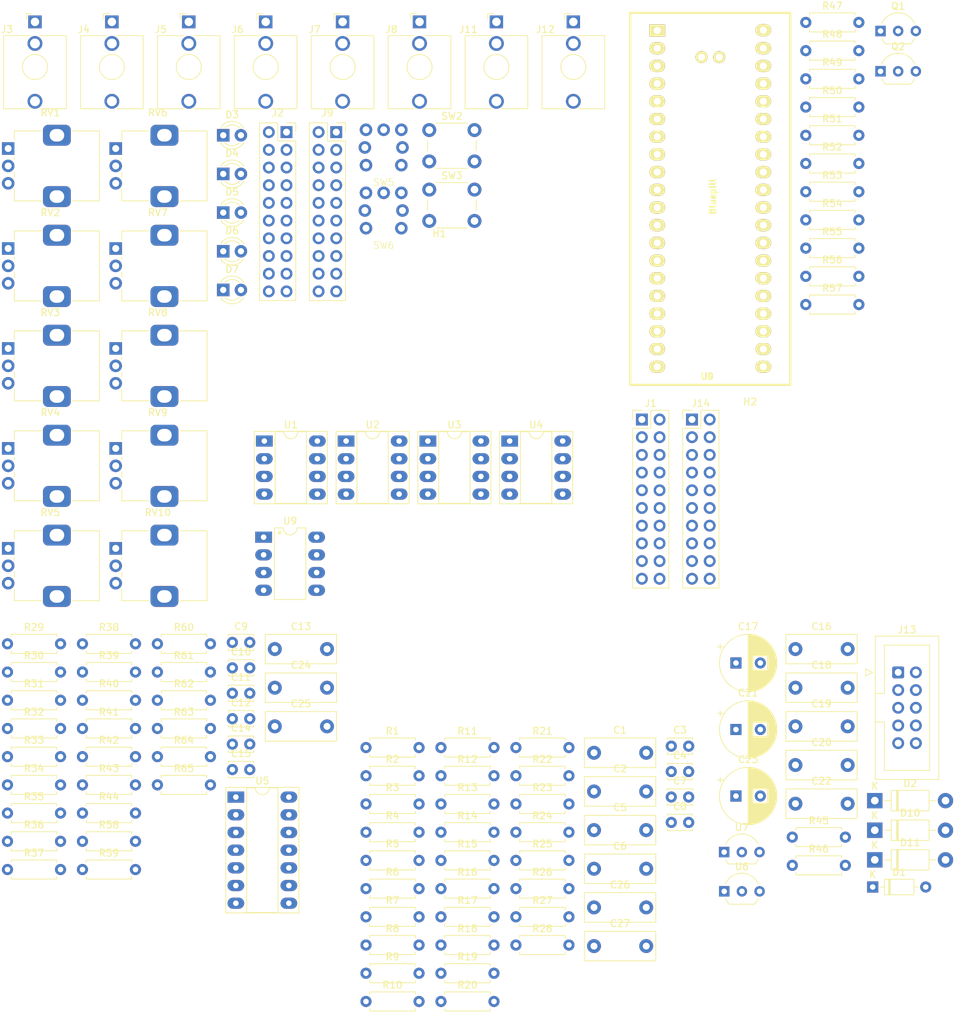
<source format=kicad_pcb>
(kicad_pcb (version 20240108) (generator "pcbnew") (generator_version "8.0")
  (layers (0 "F.Cu" signal) (31 "B.Cu" signal) (34 "B.Paste" user) (35 "F.Paste" user) (36 "B.SilkS" user "B.Silkscreen") (37 "F.SilkS" user "F.Silkscreen") (38 "B.Mask" user) (39 "F.Mask" user) (44 "Edge.Cuts" user))
  (net 0 "")
  (net 1 "+12V")
  (net 2 "GND")
  (net 3 "+3V3")
  (net 4 "/Inputs/CV1")
  (net 5 "Net-(U2A--)")
  (net 6 "Net-(U2B--)")
  (net 7 "/Inputs/CV2")
  (net 8 "/Inputs/CV3")
  (net 9 "Net-(U4A--)")
  (net 10 "/Inputs/CV4")
  (net 11 "Net-(U4B--)")
  (net 12 "Net-(C9-Pad1)")
  (net 13 "Net-(C10-Pad1)")
  (net 14 "Net-(U5C-+)")
  (net 15 "Net-(U5B-+)")
  (net 16 "/PRE_ATV_OUT1")
  (net 17 "Net-(U5D--)")
  (net 18 "/PRE_ATV_OUT2")
  (net 19 "Net-(U5A--)")
  (net 20 "-12V")
  (net 21 "/-10V_REF")
  (net 22 "+5V")
  (net 23 "/Output/-3V6_REF")
  (net 24 "GND1")
  (net 25 "/Front PCB/LED1")
  (net 26 "/Front PCB/LED2")
  (net 27 "/Front PCB/LED3")
  (net 28 "/Front PCB/LED4")
  (net 29 "/Front PCB/LED5")
  (net 30 "Net-(D10-A)")
  (net 31 "Net-(D11-K)")
  (net 32 "/SW_MODE")
  (net 33 "/LED3")
  (net 34 "/OUT2_ATVPOT")
  (net 35 "/LED5")
  (net 36 "/LED_SALIDA_2")
  (net 37 "/LED2")
  (net 38 "/OUT1_ATVPOT")
  (net 39 "/SW_TRIG2")
  (net 40 "/SW_DUAL")
  (net 41 "/LED_SALIDA_1")
  (net 42 "/SW_TRIG1")
  (net 43 "/OUT2")
  (net 44 "/LED1")
  (net 45 "/LED4")
  (net 46 "/OUT1")
  (net 47 "/Front PCB/CV2_POT")
  (net 48 "/Front PCB/CV3_ATVPOT")
  (net 49 "/Front PCB/TRIG_2")
  (net 50 "/Front PCB/CV1_ATVPOT")
  (net 51 "/Front PCB/CV3_JACK")
  (net 52 "/Front PCB/CV1_POT")
  (net 53 "/Front PCB/CV3_POT")
  (net 54 "/Front PCB/CV4_JACK")
  (net 55 "/Front PCB/CV1_JACK")
  (net 56 "/Front PCB/CV2_JACK")
  (net 57 "/Front PCB/TRIG_1")
  (net 58 "/Front PCB/CV4_POT")
  (net 59 "/Front PCB/CV2_ATVPOT")
  (net 60 "/Front PCB/-10V_REF")
  (net 61 "/Front PCB/CV4_ATVPOT")
  (net 62 "/Front PCB/LED_SALIDA_2")
  (net 63 "/Front PCB/SW_TRIG2")
  (net 64 "/Front PCB/SW_DUAL")
  (net 65 "/Front PCB/OUT2")
  (net 66 "/Front PCB/OUT2_ATVPOT")
  (net 67 "/Front PCB/SW_MODE")
  (net 68 "/Front PCB/OUT1_ATVPOT")
  (net 69 "/Front PCB/PRE_ATV_OUT1")
  (net 70 "/Front PCB/LED_SALIDA_1")
  (net 71 "/Front PCB/OUT1")
  (net 72 "/Front PCB/SW_TRIG1")
  (net 73 "/Front PCB/PRE_ATV_OUT2")
  (net 76 "/CV4_ATVPOT")
  (net 77 "/CV3_ATVPOT")
  (net 78 "/TRIG_1")
  (net 79 "/CV3_POT")
  (net 80 "/CV1_ATVPOT")
  (net 81 "/CV2_POT")
  (net 82 "/CV1_POT")
  (net 83 "/CV2_JACK")
  (net 84 "/TRIG_2")
  (net 85 "/CV3_JACK")
  (net 86 "/CV1_JACK")
  (net 87 "/CV4_POT")
  (net 88 "/CV2_ATVPOT")
  (net 89 "/CV4_JACK")
  (net 90 "/Processor/STM_TRIG_1")
  (net 91 "Net-(Q1-B)")
  (net 92 "/Processor/STM_TRIG_2")
  (net 93 "Net-(Q2-B)")
  (net 94 "Net-(U1A--)")
  (net 95 "Net-(U1B--)")
  (net 96 "Net-(R7-Pad2)")
  (net 97 "Net-(R11-Pad1)")
  (net 98 "Net-(U3A--)")
  (net 99 "Net-(U3B--)")
  (net 100 "Net-(R21-Pad2)")
  (net 101 "Net-(R22-Pad2)")
  (net 102 "/Output/CH1_PWM1")
  (net 103 "Net-(R30-Pad1)")
  (net 104 "/Output/CH1_PWM2")
  (net 105 "/Output/CH2_PWM1")
  (net 106 "Net-(R32-Pad1)")
  (net 107 "/Output/CH2_PWM2")
  (net 108 "Net-(U5C--)")
  (net 109 "Net-(U5B--)")
  (net 110 "Net-(R43-Pad2)")
  (net 111 "Net-(R44-Pad2)")
  (net 112 "Net-(U8-PA4)")
  (net 113 "Net-(U8-PA5_SCK1)")
  (net 114 "Net-(U8-PA6_MISO1)")
  (net 115 "Net-(U8-PA7_MOSI1)")
  (net 116 "Net-(U8-PB0)")
  (net 117 "Net-(U8-PB1)")
  (net 118 "Net-(U8-PB10_SCL2)")
  (net 119 "Net-(U9B--)")
  (net 120 "Net-(U9A--)")
  (footprint "Resistor_THT:R_Axial_DIN0207_L6.3mm_D2.5mm_P7.62mm_Horizontal" (layer "F.Cu") (at 197.74 124.88)
    (property "Reference" "R1" (at 3.81 -2.37 0) (layer "F.SilkS"))
    (property "Value" "47k")
    (pad "1" thru_hole circle (at 0 0) (size 1.6 1.6) (drill 0.8) (layers "*.Cu" "*.Mask") (net 86 "/CV1_JACK"))
    (pad "2" thru_hole oval (at 7.62 0) (size 1.6 1.6) (drill 0.8) (layers "*.Cu" "*.Mask") (net 80 "/CV1_ATVPOT"))
  )
  (footprint "Resistor_THT:R_Axial_DIN0207_L6.3mm_D2.5mm_P7.62mm_Horizontal" (layer "F.Cu") (at 157 134.29)
    (property "Reference" "R44" (at 3.81 -2.37 0) (layer "F.SilkS"))
    (property "Value" "1k")
    (pad "1" thru_hole circle (at 0 0) (size 1.6 1.6) (drill 0.8) (layers "*.Cu" "*.Mask") (net 43 "/OUT2"))
    (pad "2" thru_hole oval (at 7.62 0) (size 1.6 1.6) (drill 0.8) (layers "*.Cu" "*.Mask") (net 111 "Net-(R44-Pad2)"))
  )
  (footprint "BluePill_breakouts:BluePill_STM32F103C" (layer "F.Cu") (at 239.5874 22.0074)
    (property "Reference" "U8" (at 7.1628 49.6062 180) (layer "F.SilkS") (effects (font (size 0.889 0.889) (thickness 0.22225))))
    (property "Value" "Bluepill" (at 7.9756 23.7998 90) (layer "F.SilkS") (effects (font (size 0.889 0.889) (thickness 0.22225))))
    (pad "1" thru_hole rect (at 0 -0.0508 270) (size 1.7272 2.25) (drill 1.016) (layers "*.Cu" "*.Mask" "F.SilkS"))
    (pad "2" thru_hole oval (at 0 2.4892 270) (size 1.7272 2.25) (drill 1.016) (layers "*.Cu" "*.Mask" "F.SilkS") (net 40 "/SW_DUAL"))
    (pad "3" thru_hole oval (at 0 5.0292 270) (size 1.7272 2.25) (drill 1.016) (layers "*.Cu" "*.Mask" "F.SilkS") (net 32 "/SW_MODE"))
    (pad "4" thru_hole oval (at 0 7.5692 270) (size 1.7272 2.25) (drill 1.016) (layers "*.Cu" "*.Mask" "F.SilkS"))
    (pad "5" thru_hole oval (at 0 10.1092 270) (size 1.7272 2.25) (drill 1.016) (layers "*.Cu" "*.Mask" "F.SilkS") (net 10 "/Inputs/CV4"))
    (pad "6" thru_hole oval (at 0 12.6492 270) (size 1.7272 2.25) (drill 1.016) (layers "*.Cu" "*.Mask" "F.SilkS") (net 8 "/Inputs/CV3"))
    (pad "7" thru_hole oval (at 0 15.1892 270) (size 1.7272 2.25) (drill 1.016) (layers "*.Cu" "*.Mask" "F.SilkS") (net 7 "/Inputs/CV2"))
    (pad "8" thru_hole oval (at 0 17.7292 270) (size 1.7272 2.25) (drill 1.016) (layers "*.Cu" "*.Mask" "F.SilkS") (net 4 "/Inputs/CV1"))
    (pad "9" thru_hole oval (at 0 20.2692 270) (size 1.7272 2.25) (drill 1.016) (layers "*.Cu" "*.Mask" "F.SilkS") (net 112 "Net-(U8-PA4)"))
    (pad "10" thru_hole oval (at 0 22.8092 270) (size 1.7272 2.25) (drill 1.016) (layers "*.Cu" "*.Mask" "F.SilkS") (net 113 "Net-(U8-PA5_SCK1)"))
    (pad "11" thru_hole oval (at 0 25.3492 270) (size 1.7272 2.25) (drill 1.016) (layers "*.Cu" "*.Mask" "F.SilkS") (net 114 "Net-(U8-PA6_MISO1)"))
    (pad "12" thru_hole oval (at 0 27.8892 270) (size 1.7272 2.25) (drill 1.016) (layers "*.Cu" "*.Mask" "F.SilkS") (net 115 "Net-(U8-PA7_MOSI1)"))
    (pad "13" thru_hole oval (at 0 30.4292 270) (size 1.7272 2.25) (drill 1.016) (layers "*.Cu" "*.Mask" "F.SilkS") (net 116 "Net-(U8-PB0)"))
    (pad "14" thru_hole oval (at 0 32.9692 270) (size 1.7272 2.25) (drill 1.016) (layers "*.Cu" "*.Mask" "F.SilkS") (net 117 "Net-(U8-PB1)"))
    (pad "15" thru_hole oval (at 0 35.5092 270) (size 1.7272 2.25) (drill 1.016) (layers "*.Cu" "*.Mask" "F.SilkS") (net 118 "Net-(U8-PB10_SCL2)"))
    (pad "16" thru_hole oval (at 0 38.0492 270) (size 1.7272 2.25) (drill 1.016) (layers "*.Cu" "*.Mask" "F.SilkS") (net 90 "/Processor/STM_TRIG_1"))
    (pad "17" thru_hole oval (at 0 40.5892 270) (size 1.7272 2.25) (drill 1.016) (layers "*.Cu" "*.Mask" "F.SilkS"))
    (pad "18" thru_hole oval (at 0 43.1292 270) (size 1.7272 2.25) (drill 1.016) (layers "*.Cu" "*.Mask" "F.SilkS") (net 3 "+3V3"))
    (pad "19" thru_hole oval (at 0 45.6692 270) (size 1.7272 2.25) (drill 1.016) (layers "*.Cu" "*.Mask" "F.SilkS") (net 2 "GND"))
    (pad "20" thru_hole oval (at 0 48.2092 270) (size 1.7272 2.25) (drill 1.016) (layers "*.Cu" "*.Mask" "F.SilkS") (net 2 "GND"))
    (pad "21" thru_hole oval (at 15.24 48.2092 90) (size 1.7272 2.25) (drill 1.016) (layers "*.Cu" "*.Mask" "F.SilkS"))
    (pad "22" thru_hole oval (at 15.24 45.6692 90) (size 1.7272 2.25) (drill 1.016) (layers "*.Cu" "*.Mask" "F.SilkS"))
    (pad "23" thru_hole oval (at 15.24 43.1292 90) (size 1.7272 2.25) (drill 1.016) (layers "*.Cu" "*.Mask" "F.SilkS"))
    (pad "24" thru_hole oval (at 15.24 40.5892 90) (size 1.7272 2.25) (drill 1.016) (layers "*.Cu" "*.Mask" "F.SilkS"))
    (pad "25" thru_hole oval (at 15.24 38.0492 90) (size 1.7272 2.25) (drill 1.016) (layers "*.Cu" "*.Mask" "F.SilkS") (net 42 "/SW_TRIG1"))
    (pad "26" thru_hole oval (at 15.24 35.5092 90) (size 1.7272 2.25) (drill 1.016) (layers "*.Cu" "*.Mask" "F.SilkS"))
    (pad "27" thru_hole oval (at 15.24 32.9692 90) (size 1.7272 2.25) (drill 1.016) (layers "*.Cu" "*.Mask" "F.SilkS"))
    (pad "28" thru_hole oval (at 15.24 30.4292 90) (size 1.7272 2.25) (drill 1.016) (layers "*.Cu" "*.Mask" "F.SilkS"))
    (pad "29" thru_hole oval (at 15.24 27.8892 90) (size 1.7272 2.25) (drill 1.016) (layers "*.Cu" "*.Mask" "F.SilkS") (net 92 "/Processor/STM_TRIG_2"))
    (pad "30" thru_hole oval (at 15.24 25.3492 90) (size 1.7272 2.25) (drill 1.016) (layers "*.Cu" "*.Mask" "F.SilkS"))
    (pad "31" thru_hole oval (at 15.24 22.8092 90) (size 1.7272 2.25) (drill 1.016) (layers "*.Cu" "*.Mask" "F.SilkS"))
    (pad "32" thru_hole oval (at 15.24 20.2692 90) (size 1.7272 2.25) (drill 1.016) (layers "*.Cu" "*.Mask" "F.SilkS") (net 39 "/SW_TRIG2"))
    (pad "33" thru_hole oval (at 15.24 17.7292 90) (size 1.7272 2.25) (drill 1.016) (layers "*.Cu" "*.Mask" "F.SilkS"))
    (pad "34" thru_hole oval (at 15.24 15.1892 90) (size 1.7272 2.25) (drill 1.016) (layers "*.Cu" "*.Mask" "F.SilkS") (net 102 "/Output/CH1_PWM1"))
    (pad "35" thru_hole oval (at 15.24 12.6492 90) (size 1.7272 2.25) (drill 1.016) (layers "*.Cu" "*.Mask" "F.SilkS") (net 104 "/Output/CH1_PWM2"))
    (pad "36" thru_hole oval (at 15.24 10.1092 90) (size 1.7272 2.25) (drill 1.016) (layers "*.Cu" "*.Mask" "F.SilkS") (net 105 "/Output/CH2_PWM1"))
    (pad "37" thru_hole oval (at 15.24 7.5692 90) (size 1.7272 2.25) (drill 1.016) (layers "*.Cu" "*.Mask" "F.SilkS") (net 107 "/Output/CH2_PWM2"))
    (pad "38" thru_hole oval (at 15.24 5.0292 90) (size 1.7272 2.25) (drill 1.016) (layers "*.Cu" "*.Mask" "F.SilkS") (net 22 "+5V"))
    (pad "39" thru_hole oval (at 15.24 2.4892 90) (size 1.7272 2.25) (drill 1.016) (layers "*.Cu" "*.Mask" "F.SilkS") (net 2 "GND"))
    (pad "40" thru_hole oval (at 15.24 -0.1016 90) (size 1.7272 2.25) (drill 1.016) (layers "*.Cu" "*.Mask" "F.SilkS") (net 3 "+3V3"))
    (pad "41" thru_hole oval (at 8.9 3.7592 90) (size 1.7272 1.7272) (drill 1.016) (layers "*.Cu" "*.Mask" "F.SilkS"))
    (pad "42" thru_hole oval (at 6.36 3.7592 90) (size 1.7272 1.7272) (drill 1.016) (layers "*.Cu" "*.Mask" "F.SilkS"))
  )
  (footprint "Capacitor_THT:C_Rect_L10.0mm_W4.0mm_P7.50mm_MKS4" (layer "F.Cu") (at 230.5 125.63)
    (property "Reference" "C1" (at 3.75 -3.25 0) (layer "F.SilkS"))
    (property "Value" "100n")
    (pad "1" thru_hole circle (at 0 0) (size 2 2) (drill 1) (layers "*.Cu" "*.Mask") (net 1 "+12V"))
    (pad "2" thru_hole circle (at 7.5 0) (size 2 2) (drill 1) (layers "*.Cu" "*.Mask") (net 2 "GND"))
  )
  (footprint "Library:Potentiometer_Alps_RK09K_Single_Vertical" (layer "F.Cu") (at 146.33 96.29)
    (property "Reference" "RV5" (at 6.05 -5.15 0) (layer "F.SilkS"))
    (property "Value" "B100k")
    (pad "1" thru_hole rect (at 0 0) (size 1.8 1.8) (drill 1) (layers "*.Cu" "*.Mask") (net 24 "GND1"))
    (pad "2" thru_hole circle (at 0 2.5) (size 1.8 1.8) (drill 1) (layers "*.Cu" "*.Mask") (net 59 "/Front PCB/CV2_ATVPOT"))
    (pad "3" thru_hole circle (at 0 5) (size 1.8 1.8) (drill 1) (layers "*.Cu" "*.Mask") (net 56 "/Front PCB/CV2_JACK"))
    (pad "MP" thru_hole roundrect (at 7 -1.9) (size 4 3) (drill oval 2.1 1.8) (layers "*.Cu" "*.Mask"))
    (pad "MP" thru_hole roundrect (at 7 6.9) (size 4 3) (drill oval 2.1 1.8) (layers "*.Cu" "*.Mask"))
  )
  (footprint "Library:Potentiometer_Alps_RK09K_Single_Vertical_DSHAFT" (layer "F.Cu") (at 161.78 53.24)
    (property "Reference" "RV7" (at 6.05 -5.15 0) (layer "F.SilkS"))
    (property "Value" "B10k")
    (pad "1" thru_hole rect (at 0 0) (size 1.8 1.8) (drill 1) (layers "*.Cu" "*.Mask") (net 24 "GND1"))
    (pad "2" thru_hole circle (at 0 2.5) (size 1.8 1.8) (drill 1) (layers "*.Cu" "*.Mask") (net 58 "/Front PCB/CV4_POT"))
    (pad "3" thru_hole circle (at 0 5) (size 1.8 1.8) (drill 1) (layers "*.Cu" "*.Mask") (net 60 "/Front PCB/-10V_REF"))
    (pad "MP" thru_hole roundrect (at 7 -1.9) (size 4 3) (drill oval 2.1 1.8) (layers "*.Cu" "*.Mask"))
    (pad "MP" thru_hole roundrect (at 7 6.9) (size 4 3) (drill oval 2.1 1.8) (layers "*.Cu" "*.Mask"))
  )
  (footprint "Package_TO_SOT_THT:TO-92_Inline_Wide" (layer "F.Cu") (at 271.66 22.02)
    (property "Reference" "Q1" (at 2.54 -3.56 0) (layer "F.SilkS"))
    (property "Value" "2N3904")
    (pad "1" thru_hole rect (at 0 0) (size 1.5 1.5) (drill 0.8) (layers "*.Cu" "*.Mask") (net 2 "GND"))
    (pad "2" thru_hole circle (at 2.54 0) (size 1.5 1.5) (drill 0.8) (layers "*.Cu" "*.Mask") (net 91 "Net-(Q1-B)"))
    (pad "3" thru_hole circle (at 5.08 0) (size 1.5 1.5) (drill 0.8) (layers "*.Cu" "*.Mask") (net 90 "/Processor/STM_TRIG_1"))
  )
  (footprint "MountingHole:MountingHole_2.7mm_M2.5" (layer "F.Cu") (at 208.28 54.79)
    (property "Reference" "H1" (at 0 -3.7 0) (layer "F.SilkS"))
    (property "Value" "MountingHole")
    (pad "" np_thru_hole circle (at 0 0) (size 2.7 2.7) (drill 2.7) (layers "*.Cu" "*.Mask"))
  )
  (footprint "Resistor_THT:R_Axial_DIN0207_L6.3mm_D2.5mm_P7.62mm_Horizontal" (layer "F.Cu") (at 197.74 153.23)
    (property "Reference" "R8" (at 3.81 -2.37 0) (layer "F.SilkS"))
    (property "Value" "100k")
    (pad "1" thru_hole circle (at 0 0) (size 1.6 1.6) (drill 0.8) (layers "*.Cu" "*.Mask") (net 95 "Net-(U1B--)"))
    (pad "2" thru_hole oval (at 7.62 0) (size 1.6 1.6) (drill 0.8) (layers "*.Cu" "*.Mask") (net 97 "Net-(R11-Pad1)"))
  )
  (footprint "Package_DIP:DIP-8_W7.62mm_Socket_LongPads" (layer "F.Cu") (at 206.63 80.88)
    (property "Reference" "U3" (at 3.81 -2.33 0) (layer "F.SilkS"))
    (property "Value" "TL072CP")
    (pad "1" thru_hole rect (at 0 0) (size 2.4 1.6) (drill 0.8) (layers "*.Cu" "*.Mask") (net 100 "Net-(R21-Pad2)"))
    (pad "2" thru_hole oval (at 0 2.54) (size 2.4 1.6) (drill 0.8) (layers "*.Cu" "*.Mask") (net 98 "Net-(U3A--)"))
    (pad "3" thru_hole oval (at 0 5.08) (size 2.4 1.6) (drill 0.8) (layers "*.Cu" "*.Mask") (net 77 "/CV3_ATVPOT"))
    (pad "4" thru_hole oval (at 0 7.62) (size 2.4 1.6) (drill 0.8) (layers "*.Cu" "*.Mask") (net 20 "-12V"))
    (pad "5" thru_hole oval (at 7.62 7.62) (size 2.4 1.6) (drill 0.8) (layers "*.Cu" "*.Mask") (net 76 "/CV4_ATVPOT"))
    (pad "6" thru_hole oval (at 7.62 5.08) (size 2.4 1.6) (drill 0.8) (layers "*.Cu" "*.Mask") (net 99 "Net-(U3B--)"))
    (pad "7" thru_hole oval (at 7.62 2.54) (size 2.4 1.6) (drill 0.8) (layers "*.Cu" "*.Mask") (net 101 "Net-(R22-Pad2)"))
    (pad "8" thru_hole oval (at 7.62 0) (size 2.4 1.6) (drill 0.8) (layers "*.Cu" "*.Mask") (net 1 "+12V"))
  )
  (footprint "Resistor_THT:R_Axial_DIN0207_L6.3mm_D2.5mm_P7.62mm_Horizontal" (layer "F.Cu") (at 208.51 157.28)
    (property "Reference" "R19" (at 3.81 -2.37 0) (layer "F.SilkS"))
    (property "Value" "100k")
    (pad "1" thru_hole circle (at 0 0) (size 1.6 1.6) (drill 0.8) (layers "*.Cu" "*.Mask") (net 85 "/CV3_JACK"))
    (pad "2" thru_hole oval (at 7.62 0) (size 1.6 1.6) (drill 0.8) (layers "*.Cu" "*.Mask") (net 98 "Net-(U3A--)"))
  )
  (footprint "Capacitor_THT:C_Disc_D3.4mm_W2.1mm_P2.50mm" (layer "F.Cu") (at 178.54 109.79)
    (property "Reference" "C9" (at 1.25 -2.3 0) (layer "F.SilkS"))
    (property "Value" "4.7n")
    (pad "1" thru_hole circle (at 0 0) (size 1.6 1.6) (drill 0.8) (layers "*.Cu" "*.Mask") (net 12 "Net-(C9-Pad1)"))
    (pad "2" thru_hole circle (at 2.5 0) (size 1.6 1.6) (drill 0.8) (layers "*.Cu" "*.Mask") (net 2 "GND"))
  )
  (footprint "Resistor_THT:R_Axial_DIN0207_L6.3mm_D2.5mm_P7.62mm_Horizontal" (layer "F.Cu") (at 260.93 24.84)
    (property "Reference" "R48" (at 3.81 -2.37 0) (layer "F.SilkS"))
    (property "Value" "2k")
    (pad "1" thru_hole circle (at 0 0) (size 1.6 1.6) (drill 0.8) (layers "*.Cu" "*.Mask") (net 33 "/LED3"))
    (pad "2" thru_hole oval (at 7.62 0) (size 1.6 1.6) (drill 0.8) (layers "*.Cu" "*.Mask") (net 113 "Net-(U8-PA5_SCK1)"))
  )
  (footprint "Resistor_THT:R_Axial_DIN0207_L6.3mm_D2.5mm_P7.62mm_Horizontal" (layer "F.Cu") (at 260.93 20.79)
    (property "Reference" "R47" (at 3.81 -2.37 0) (layer "F.SilkS"))
    (property "Value" "2k")
    (pad "1" thru_hole circle (at 0 0) (size 1.6 1.6) (drill 0.8) (layers "*.Cu" "*.Mask") (net 37 "/LED2"))
    (pad "2" thru_hole oval (at 7.62 0) (size 1.6 1.6) (drill 0.8) (layers "*.Cu" "*.Mask") (net 112 "Net-(U8-PA4)"))
  )
  (footprint "Package_DIP:DIP-8_W7.62mm_Socket_LongPads" (layer "F.Cu") (at 218.38 80.88)
    (property "Reference" "U4" (at 3.81 -2.33 0) (layer "F.SilkS"))
    (property "Value" "MCP6002-I-P")
    (pad "1" thru_hole rect (at 0 0) (size 2.4 1.6) (drill 0.8) (layers "*.Cu" "*.Mask") (net 8 "/Inputs/CV3"))
    (pad "2" thru_hole oval (at 0 2.54) (size 2.4 1.6) (drill 0.8) (layers "*.Cu" "*.Mask") (net 9 "Net-(U4A--)"))
    (pad "3" thru_hole oval (at 0 5.08) (size 2.4 1.6) (drill 0.8) (layers "*.Cu" "*.Mask") (net 2 "GND"))
    (pad "4" thru_hole oval (at 0 7.62) (size 2.4 1.6) (drill 0.8) (layers "*.Cu" "*.Mask") (net 2 "GND"))
    (pad "5" thru_hole oval (at 7.62 7.62) (size 2.4 1.6) (drill 0.8) (layers "*.Cu" "*.Mask") (net 2 "GND"))
    (pad "6" thru_hole oval (at 7.62 5.08) (size 2.4 1.6) (drill 0.8) (layers "*.Cu" "*.Mask") (net 11 "Net-(U4B--)"))
    (pad "7" thru_hole oval (at 7.62 2.54) (size 2.4 1.6) (drill 0.8) (layers "*.Cu" "*.Mask") (net 10 "/Inputs/CV4"))
    (pad "8" thru_hole oval (at 7.62 0) (size 2.4 1.6) (drill 0.8) (layers "*.Cu" "*.Mask") (net 3 "+3V3"))
  )
  (footprint "Resistor_THT:R_Axial_DIN0207_L6.3mm_D2.5mm_P7.62mm_Horizontal" (layer "F.Cu") (at 208.51 124.88)
    (property "Reference" "R11" (at 3.81 -2.37 0) (layer "F.SilkS"))
    (property "Value" "100k")
    (pad "1" thru_hole circle (at 0 0) (size 1.6 1.6) (drill 0.8) (layers "*.Cu" "*.Mask") (net 97 "Net-(R11-Pad1)"))
    (pad "2" thru_hole oval (at 7.62 0) (size 1.6 1.6) (drill 0.8) (layers "*.Cu" "*.Mask") (net 6 "Net-(U2B--)"))
  )
  (footprint "Library:Jack_3.5mm_QingPu_WQP-PJ398SM_Vertical_CircularHoles_3D" (layer "F.Cu") (at 227.53 20.71)
    (property "Reference" "J12" (at -4.03 1.08 180) (layer "F.SilkS"))
    (property "Value" "out2")
    (pad "S" thru_hole rect (at 0 0 180) (size 1.93 1.83) (drill 1.22) (layers "*.Cu" "*.Mask") (net 24 "GND1"))
    (pad "T" thru_hole circle (at 0 11.4 180) (size 2.13 2.13) (drill 1.43) (layers "*.Cu" "*.Mask") (net 65 "/Front PCB/OUT2"))
    (pad "TN" thru_hole circle (at 0 3.1 180) (size 2.13 2.13) (drill 1.42) (layers "*.Cu" "*.Mask"))
  )
  (footprint "Button_Switch_THT:SW_PUSH_6mm_H13mm" (layer "F.Cu") (at 206.83 44.79)
    (property "Reference" "SW3" (at 3.25 -2 0) (layer "F.SilkS"))
    (property "Value" "SW_Mode")
    (pad "1" thru_hole circle (at 0 0 90) (size 2 2) (drill 1.1) (layers "*.Cu" "*.Mask") (net 67 "/Front PCB/SW_MODE"))
    (pad "1" thru_hole circle (at 6.5 0 90) (size 2 2) (drill 1.1) (layers "*.Cu" "*.Mask") (net 67 "/Front PCB/SW_MODE"))
    (pad "2" thru_hole circle (at 0 4.5 90) (size 2 2) (drill 1.1) (layers "*.Cu" "*.Mask") (net 24 "GND1"))
    (pad "2" thru_hole circle (at 6.5 4.5 90) (size 2 2) (drill 1.1) (layers "*.Cu" "*.Mask") (net 24 "GND1"))
  )
  (footprint "Resistor_THT:R_Axial_DIN0207_L6.3mm_D2.5mm_P7.62mm_Horizontal" (layer "F.Cu") (at 157 138.34)
    (property "Reference" "R58" (at 3.81 -2.37 0) (layer "F.SilkS"))
    (property "Value" "47k")
    (pad "1" thru_hole circle (at 0 0) (size 1.6 1.6) (drill 0.8) (layers "*.Cu" "*.Mask") (net 18 "/PRE_ATV_OUT2"))
    (pad "2" thru_hole oval (at 7.62 0) (size 1.6 1.6) (drill 0.8) (layers "*.Cu" "*.Mask") (net 34 "/OUT2_ATVPOT"))
  )
  (footprint "Library:Potentiometer_Alps_RK09K_Single_Vertical_DSHAFT" (layer "F.Cu") (at 146.33 53.24)
    (property "Reference" "RV2" (at 6.05 -5.15 0) (layer "F.SilkS"))
    (property "Value" "B10k")
    (pad "1" thru_hole rect (at 0 0) (size 1.8 1.8) (drill 1) (layers "*.Cu" "*.Mask") (net 24 "GND1"))
    (pad "2" thru_hole circle (at 0 2.5) (size 1.8 1.8) (drill 1) (layers "*.Cu" "*.Mask") (net 47 "/Front PCB/CV2_POT"))
    (pad "3" thru_hole circle (at 0 5) (size 1.8 1.8) (drill 1) (layers "*.Cu" "*.Mask") (net 60 "/Front PCB/-10V_REF"))
    (pad "MP" thru_hole roundrect (at 7 -1.9) (size 4 3) (drill oval 2.1 1.8) (layers "*.Cu" "*.Mask"))
    (pad "MP" thru_hole roundrect (at 7 6.9) (size 4 3) (drill oval 2.1 1.8) (layers "*.Cu" "*.Mask"))
  )
  (footprint "Capacitor_THT:C_Disc_D3.4mm_W2.1mm_P2.50mm" (layer "F.Cu") (at 178.54 128.04)
    (property "Reference" "C15" (at 1.25 -2.3 0) (layer "F.SilkS"))
    (property "Value" "150pf")
    (pad "1" thru_hole circle (at 0 0) (size 1.6 1.6) (drill 0.8) (layers "*.Cu" "*.Mask") (net 19 "Net-(U5A--)"))
    (pad "2" thru_hole circle (at 2.5 0) (size 1.6 1.6) (drill 0.8) (layers "*.Cu" "*.Mask") (net 18 "/PRE_ATV_OUT2"))
  )
  (footprint "Capacitor_THT:C_Disc_D3.4mm_W2.1mm_P2.50mm" (layer "F.Cu") (at 178.54 124.39)
    (property "Reference" "C14" (at 1.25 -2.3 0) (layer "F.SilkS"))
    (property "Value" "150pf")
    (pad "1" thru_hole circle (at 0 0) (size 1.6 1.6) (drill 0.8) (layers "*.Cu" "*.Mask") (net 17 "Net-(U5D--)"))
    (pad "2" thru_hole circle (at 2.5 0) (size 1.6 1.6) (drill 0.8) (layers "*.Cu" "*.Mask") (net 16 "/PRE_ATV_OUT1"))
  )
  (footprint "Capacitor_THT:C_Rect_L10.0mm_W4.0mm_P7.50mm_MKS4" (layer "F.Cu") (at 184.64 121.84)
    (property "Reference" "C25" (at 3.75 -3.25 0) (layer "F.SilkS"))
    (property "Value" "100n")
    (pad "1" thru_hole circle (at 0 0) (size 2 2) (drill 1) (layers "*.Cu" "*.Mask") (net 2 "GND"))
    (pad "2" thru_hole circle (at 7.5 0) (size 2 2) (drill 1) (layers "*.Cu" "*.Mask") (net 20 "-12V"))
  )
  (footprint "Capacitor_THT:C_Disc_D3.4mm_W2.1mm_P2.50mm" (layer "F.Cu") (at 241.6 128.33)
    (property "Reference" "C4" (at 1.25 -2.3 0) (layer "F.SilkS"))
    (property "Value" "150pf")
    (pad "1" thru_hole circle (at 0 0) (size 1.6 1.6) (drill 0.8) (layers "*.Cu" "*.Mask") (net 6 "Net-(U2B--)"))
    (pad "2" thru_hole circle (at 2.5 0) (size 1.6 1.6) (drill 0.8) (layers "*.Cu" "*.Mask") (net 7 "/Inputs/CV2"))
  )
  (footprint "Resistor_THT:R_Axial_DIN0207_L6.3mm_D2.5mm_P7.62mm_Horizontal" (layer "F.Cu") (at 260.93 32.94)
    (property "Reference" "R50" (at 3.81 -2.37 0) (layer "F.SilkS"))
    (property "Value" "2k")
    (pad "1" thru_hole circle (at 0 0) (size 1.6 1.6) (drill 0.8) (layers "*.Cu" "*.Mask") (net 35 "/LED5"))
    (pad "2" thru_hole oval (at 7.62 0) (size 1.6 1.6) (drill 0.8) (layers "*.Cu" "*.Mask") (net 115 "Net-(U8-PA7_MOSI1)"))
  )
  (footprint "Resistor_THT:R_Axial_DIN0207_L6.3mm_D2.5mm_P7.62mm_Horizontal" (layer "F.Cu") (at 167.77 122.14)
    (property "Reference" "R63" (at 3.81 -2.37 0) (layer "F.SilkS"))
    (property "Value" "47k")
    (pad "1" thru_hole circle (at 0 0) (size 1.6 1.6) (drill 0.8) (layers "*.Cu" "*.Mask") (net 38 "/OUT1_ATVPOT"))
    (pad "2" thru_hole oval (at 7.62 0) (size 1.6 1.6) (drill 0.8) (layers "*.Cu" "*.Mask") (net 2 "GND"))
  )
  (footprint "Resistor_THT:R_Axial_DIN0207_L6.3mm_D2.5mm_P7.62mm_Horizontal" (layer "F.Cu") (at 260.93 57.24)
    (property "Reference" "R56" (at 3.81 -2.37 0) (layer "F.SilkS"))
    (property "Value" "100k")
    (pad "1" thru_hole circle (at 0 0) (size 1.6 1.6) (drill 0.8) (layers "*.Cu" "*.Mask") (net 78 "/TRIG_1"))
    (pad "2" thru_hole oval (at 7.62 0) (size 1.6 1.6) (drill 0.8) (layers "*.Cu" "*.Mask") (net 91 "Net-(Q1-B)"))
  )
  (footprint "Connector_PinSocket_2.54mm:PinSocket_2x10_P2.54mm_Vertical" (layer "F.Cu") (at 193.47 36.54)
    (property "Reference" "J9" (at -1.27 -2.77 0) (layer "F.SilkS"))
    (property "Value" "Pins_02x10_P2.54mm_TH")
    (pad "1" thru_hole rect (at 0 0) (size 1.7 1.7) (drill 1) (layers "*.Cu" "*.Mask") (net 69 "/Front PCB/PRE_ATV_OUT1"))
    (pad "2" thru_hole oval (at -2.54 0) (size 1.7 1.7) (drill 1) (layers "*.Cu" "*.Mask") (net 73 "/Front PCB/PRE_ATV_OUT2"))
    (pad "3" thru_hole oval (at 0 2.54) (size 1.7 1.7) (drill 1) (layers "*.Cu" "*.Mask") (net 68 "/Front PCB/OUT1_ATVPOT"))
    (pad "4" thru_hole oval (at -2.54 2.54) (size 1.7 1.7) (drill 1) (layers "*.Cu" "*.Mask") (net 66 "/Front PCB/OUT2_ATVPOT"))
    (pad "5" thru_hole oval (at 0 5.08) (size 1.7 1.7) (drill 1) (layers "*.Cu" "*.Mask") (net 70 "/Front PCB/LED_SALIDA_1"))
    (pad "6" thru_hole oval (at -2.54 5.08) (size 1.7 1.7) (drill 1) (layers "*.Cu" "*.Mask") (net 64 "/Front PCB/SW_DUAL"))
    (pad "7" thru_hole oval (at 0 7.62) (size 1.7 1.7) (drill 1) (layers "*.Cu" "*.Mask") (net 62 "/Front PCB/LED_SALIDA_2"))
    (pad "8" thru_hole oval (at -2.54 7.62) (size 1.7 1.7) (drill 1) (layers "*.Cu" "*.Mask") (net 67 "/Front PCB/SW_MODE"))
    (pad "9" thru_hole oval (at 0 10.16) (size 1.7 1.7) (drill 1) (layers "*.Cu" "*.Mask") (net 25 "/Front PCB/LED1"))
    (pad "10" thru_hole oval (at -2.54 10.16) (size 1.7 1.7) (drill 1) (layers "*.Cu" "*.Mask") (net 72 "/Front PCB/SW_TRIG1"))
    (pad "11" thru_hole oval (at 0 12.7) (size 1.7 1.7) (drill 1) (layers "*.Cu" "*.Mask") (net 26 "/Front PCB/LED2"))
    (pad "12" thru_hole oval (at -2.54 12.7) (size 1.7 1.7) (drill 1) (layers "*.Cu" "*.Mask") (net 63 "/Front PCB/SW_TRIG2"))
    (pad "13" thru_hole oval (at 0 15.24) (size 1.7 1.7) (drill 1) (layers "*.Cu" "*.Mask") (net 27 "/Front PCB/LED3"))
    (pad "14" thru_hole oval (at -2.54 15.24) (size 1.7 1.7) (drill 1) (layers "*.Cu" "*.Mask") (net 24 "GND1"))
    (pad "15" thru_hole oval (at 0 17.78) (size 1.7 1.7) (drill 1) (layers "*.Cu" "*.Mask") (net 28 "/Front PCB/LED4"))
    (pad "16" thru_hole oval (at -2.54 17.78) (size 1.7 1.7) (drill 1) (layers "*.Cu" "*.Mask") (net 24 "GND1"))
    (pad "17" thru_hole oval (at 0 20.32) (size 1.7 1.7) (drill 1) (layers "*.Cu" "*.Mask") (net 29 "/Front PCB/LED5"))
    (pad "18" thru_hole oval (at -2.54 20.32) (size 1.7 1.7) (drill 1) (layers "*.Cu" "*.Mask") (net 71 "/Front PCB/OUT1"))
    (pad "19" thru_hole oval (at 0 22.86) (size 1.7 1.7) (drill 1) (layers "*.Cu" "*.Mask") (net 24 "GND1"))
    (pad "20" thru_hole oval (at -2.54 22.86) (size 1.7 1.7) (drill 1) (layers "*.Cu" "*.Mask") (net 65 "/Front PCB/OUT2"))
  )
  (footprint "Resistor_THT:R_Axial_DIN0207_L6.3mm_D2.5mm_P7.62mm_Horizontal" (layer "F.Cu") (at 197.74 157.28)
    (property "Reference" "R9" (at 3.81 -2.37 0) (layer "F.SilkS"))
    (property "Value" "100k")
    (pad "1" thru_hole circle (at 0 0) (size 1.6 1.6) (drill 0.8) (layers "*.Cu" "*.Mask") (net 96 "Net-(R7-Pad2)"))
    (pad "2" thru_hole oval (at 7.62 0) (size 1.6 1.6) (drill 0.8) (layers "*.Cu" "*.Mask") (net 5 "Net-(U2A--)"))
  )
  (footprint "Resistor_THT:R_Axial_DIN0207_L6.3mm_D2.5mm_P7.62mm_Horizontal" (layer "F.Cu") (at 146.23 134.29)
    (property "Reference" "R35" (at 3.81 -2.37 0) (layer "F.SilkS"))
    (property "Value" "1k5")
    (pad "1" thru_hole circle (at 0 0) (size 1.6 1.6) (drill 0.8) (layers "*.Cu" "*.Mask") (net 14 "Net-(U5C-+)"))
    (pad "2" thru_hole oval (at 7.62 0) (size 1.6 1.6) (drill 0.8) (layers "*.Cu" "*.Mask") (net 12 "Net-(C9-Pad1)"))
  )
  (footprint "Resistor_THT:R_Axial_DIN0207_L6.3mm_D2.5mm_P7.62mm_Horizontal" (layer "F.Cu") (at 260.93 45.09)
    (property "Reference" "R53" (at 3.81 -2.37 0) (layer "F.SilkS"))
    (property "Value" "2k")
    (pad "1" thru_hole circle (at 0 0) (size 1.6 1.6) (drill 0.8) (layers "*.Cu" "*.Mask") (net 44 "/LED1"))
    (pad "2" thru_hole oval (at 7.62 0) (size 1.6 1.6) (drill 0.8) (layers "*.Cu" "*.Mask") (net 118 "Net-(U8-PB10_SCL2)"))
  )
  (footprint "Resistor_THT:R_Axial_DIN0207_L6.3mm_D2.5mm_P7.62mm_Horizontal" (layer "F.Cu") (at 157 142.39)
    (property "Reference" "R59" (at 3.81 -2.37 0) (layer "F.SilkS"))
    (property "Value" "47k")
    (pad "1" thru_hole circle (at 0 0) (size 1.6 1.6) (drill 0.8) (layers "*.Cu" "*.Mask") (net 34 "/OUT2_ATVPOT"))
    (pad "2" thru_hole oval (at 7.62 0) (size 1.6 1.6) (drill 0.8) (layers "*.Cu" "*.Mask") (net 2 "GND"))
  )
  (footprint "Connector_PinHeader_2.54mm:PinHeader_2x10_P2.54mm_Vertical" (layer "F.Cu") (at 237.38 77.79)
    (property "Reference" "J1" (at 1.27 -2.33 0) (layer "F.SilkS"))
    (property "Value" "Pins_02x10_P2.54mm_TH")
    (pad "1" thru_hole rect (at 0 0) (size 1.7 1.7) (drill 1) (layers "*.Cu" "*.Mask") (net 16 "/PRE_ATV_OUT1"))
    (pad "2" thru_hole oval (at 2.54 0) (size 1.7 1.7) (drill 1) (layers "*.Cu" "*.Mask") (net 18 "/PRE_ATV_OUT2"))
    (pad "3" thru_hole oval (at 0 2.54) (size 1.7 1.7) (drill 1) (layers "*.Cu" "*.Mask") (net 38 "/OUT1_ATVPOT"))
    (pad "4" thru_hole oval (at 2.54 2.54) (size 1.7 1.7) (drill 1) (layers "*.Cu" "*.Mask") (net 34 "/OUT2_ATVPOT"))
    (pad "5" thru_hole oval (at 0 5.08) (size 1.7 1.7) (drill 1) (layers "*.Cu" "*.Mask") (net 41 "/LED_SALIDA_1"))
    (pad "6" thru_hole oval (at 2.54 5.08) (size 1.7 1.7) (drill 1) (layers "*.Cu" "*.Mask") (net 40 "/SW_DUAL"))
    (pad "7" thru_hole oval (at 0 7.62) (size 1.7 1.7) (drill 1) (layers "*.Cu" "*.Mask") (net 36 "/LED_SALIDA_2"))
    (pad "8" thru_hole oval (at 2.54 7.62) (size 1.7 1.7) (drill 1) (layers "*.Cu" "*.Mask") (net 32 "/SW_MODE"))
    (pad "9" thru_hole oval (at 0 10.16) (size 1.7 1.7) (drill 1) (layers "*.Cu" "*.Mask") (net 44 "/LED1"))
    (pad "10" thru_hole oval (at 2.54 10.16) (size 1.7 1.7) (drill 1) (layers "*.Cu" "*.Mask") (net 42 "/SW_TRIG1"))
    (pad "11" thru_hole oval (at 0 12.7) (size 1.7 1.7) (drill 1) (layers "*.Cu" "*.Mask") (net 37 "/LED2"))
    (pad "12" thru_hole oval (at 2.54 12.7) (size 1.7 1.7) (drill 1) (layers "*.Cu" "*.Mask") (net 39 "/SW_TRIG2"))
    (pad "13" thru_hole oval (at 0 15.24) (size 1.7 1.7) (drill 1) (layers "*.Cu" "*.Mask") (net 33 "/LED3"))
    (pad "14" thru_hole oval (at 2.54 15.24) (size 1.7 1.7) (drill 1) (layers "*.Cu" "*.Mask") (net 2 "GND"))
    (pad "15" thru_hole oval (at 0 17.78) (size 1.7 1.7) (drill 1) (layers "*.Cu" "*.Mask") (net 45 "/LED4"))
    (pad "16" thru_hole oval (at 2.54 17.78) (size 1.7 1.7) (drill 1) (layers "*.Cu" "*.Mask") (net 2 "GND"))
    (pad "17" thru_hole oval (at 0 20.32) (size 1.7 1.7) (drill 1) (layers "*.Cu" "*.Mask") (net 35 "/LED5"))
    (pad "18" thru_hole oval (at 2.54 20.32) (size 1.7 1.7) (drill 1) (layers "*.Cu" "*.Mask") (net 46 "/OUT1"))
    (pad "19" thru_hole oval (at 0 22.86) (size 1.7 1.7) (drill 1) (layers "*.Cu" "*.Mask") (net 2 "GND"))
    (pad "20" thru_hole oval (at 2.54 22.86) (size 1.7 1.7) (drill 1) (layers "*.Cu" "*.Mask") (net 43 "/OUT2"))
  )
  (footprint "Library:Potentiometer_Alps_RK09K_Single_Vertical_DSHAFT" (layer "F.Cu") (at 146.33 67.59)
    (property "Reference" "RV3" (at 6.05 -5.15 0) (layer "F.SilkS"))
    (property "Value" "B10k")
    (pad "1" thru_hole rect (at 0 0) (size 1.8 1.8) (drill 1) (layers "*.Cu" "*.Mask") (net 24 "GND1"))
    (pad "2" thru_hole circle (at 0 2.5) (size 1.8 1.8) (drill 1) (layers "*.Cu" "*.Mask") (net 53 "/Front PCB/CV3_POT"))
    (pad "3" thru_hole circle (at 0 5) (size 1.8 1.8) (drill 1) (layers "*.Cu" "*.Mask") (net 60 "/Front PCB/-10V_REF"))
    (pad "MP" thru_hole roundrect (at 7 -1.9) (size 4 3) (drill oval 2.1 1.8) (layers "*.Cu" "*.Mask"))
    (pad "MP" thru_hole roundrect (at 7 6.9) (size 4 3) (drill oval 2.1 1.8) (layers "*.Cu" "*.Mask"))
  )
  (footprint "Capacitor_THT:C_Disc_D3.4mm_W2.1mm_P2.50mm" (layer "F.Cu") (at 178.54 113.44)
    (property "Reference" "C10" (at 1.25 -2.3 0) (layer "F.SilkS"))
    (property "Value" "4.7n")
    (pad "1" thru_hole circle (at 0 0) (size 1.6 1.6) (drill 0.8) (layers "*.Cu" "*.Mask") (net 13 "Net-(C10-Pad1)"))
    (pad "2" thru_hole circle (at 2.5 0) (size 1.6 1.6) (drill 0.8) (layers "*.Cu" "*.Mask") (net 2 "GND"))
  )
  (footprint "Capacitor_THT:C_Disc_D3.4mm_W2.1mm_P2.50mm" (layer "F.Cu") (at 241.6 131.98)
    (property "Reference" "C7" (at 1.25 -2.3 0) (layer "F.SilkS"))
    (property "Value" "150pf")
    (pad "1" thru_hole circle (at 0 0) (size 1.6 1.6) (drill 0.8) (layers "*.Cu" "*.Mask") (net 9 "Net-(U4A--)"))
    (pad "2" thru_hole circle (at 2.5 0) (size 1.6 1.6) (drill 0.8) (layers "*.Cu" "*.Mask") (net 8 "/Inputs/CV3"))
  )
  (footprint "Resistor_THT:R_Axial_DIN0207_L6.3mm_D2.5mm_P7.62mm_Horizontal" (layer "F.Cu") (at 219.28 137.03)
    (property "Reference" "R24" (at 3.81 -2.37 0) (layer "F.SilkS"))
    (property "Value" "100k")
    (pad "1" thru_hole circle (at 0 0) (size 1.6 1.6) (drill 0.8) (layers "*.Cu" "*.Mask") (net 79 "/CV3_POT"))
    (pad "2" thru_hole oval (at 7.62 0) (size 1.6 1.6) (drill 0.8) (layers "*.Cu" "*.Mask") (net 9 "Net-(U4A--)"))
  )
  (footprint "Resistor_THT:R_Axial_DIN0207_L6.3mm_D2.5mm_P7.62mm_Horizontal" (layer "F.Cu") (at 219.28 132.98)
    (property "Reference" "R23" (at 3.81 -2.37 0) (layer "F.SilkS"))
    (property "Value" "100k")
    (pad "1" thru_hole circle (at 0 0) (size 1.6 1.6) (drill 0.8) (layers "*.Cu" "*.Mask") (net 100 "Net-(R21-Pad2)"))
    (pad "2" thru_hole oval (at 7.62 0) (size 1.6 1.6) (drill 0.8) (layers "*.Cu" "*.Mask") (net 9 "Net-(U4A--)"))
  )
  (footprint "Library:Potentiometer_Alps_RK09K_Single_Vertical" (layer "F.Cu") (at 161.78 38.89)
    (property "Reference" "RV6" (at 6.05 -5.15 0) (layer "F.SilkS"))
    (property "Value" "B100k")
    (pad "1" thru_hole rect (at 0 0) (size 1.8 1.8) (drill 1) (layers "*.Cu" "*.Mask") (net 24 "GND1"))
    (pad "2" thru_hole circle (at 0 2.5) (size 1.8 1.8) (drill 1) (layers "*.Cu" "*.Mask") (net 48 "/Front PCB/CV3_ATVPOT"))
    (pad "3" thru_hole circle (at 0 5) (size 1.8 1.8) (drill 1) (layers "*.Cu" "*.Mask") (net 51 "/Front PCB/CV3_JACK"))
    (pad "MP" thru_hole roundrect (at 7 -1.9) (size 4 3) (drill oval 2.1 1.8) (layers "*.Cu" "*.Mask"))
    (pad "MP" thru_hole roundrect (at 7 6.9) (size 4 3) (drill oval 2.1 1.8) (layers "*.Cu" "*.Mask"))
  )
  (footprint "Resistor_THT:R_Axial_DIN0207_L6.3mm_D2.5mm_P7.62mm_Horizontal" (layer "F.Cu") (at 208.51 128.93)
    (property "Reference" "R12" (at 3.81 -2.37 0) (layer "F.SilkS"))
    (property "Value" "100k")
    (pad "1" thru_hole circle (at 0 0) (size 1.6 1.6) (drill 0.8) (layers "*.Cu" "*.Mask") (net 81 "/CV2_POT"))
    (pad "2" thru_hole oval (at 7.62 0) (size 1.6 1.6) (drill 0.8) (layers "*.Cu" "*.Mask") (net 6 "Net-(U2B--)"))
  )
  (footprint "Diode_THT:D_DO-41_SOD81_P10.16mm_Horizontal" (layer "F.Cu") (at 270.84 132.5)
    (property "Reference" "D2" (at 5.08 -2.47 0) (layer "F.SilkS"))
    (property "Value" "1N5817")
    (fp_text user "K" (at 0 -2.1 0) (layer "F.SilkS"))
    (pad "1" thru_hole rect (at 0 0) (size 2.2 2.2) (drill 1.1) (layers "*.Cu" "*.Mask") (net 1 "+12V"))
    (pad "2" thru_hole oval (at 10.16 0) (size 2.2 2.2) (drill 1.1) (layers "*.Cu" "*.Mask") (net 22 "+5V"))
  )
  (footprint "Capacitor_THT:C_Rect_L10.0mm_W4.0mm_P7.50mm_MKS4" (layer "F.Cu") (at 184.64 110.74)
    (property "Reference" "C13" (at 3.75 -3.25 0) (layer "F.SilkS"))
    (property "Value" "100n")
    (pad "1" thru_hole circle (at 0 0) (size 2 2) (drill 1) (layers "*.Cu" "*.Mask") (net 1 "+12V"))
    (pad "2" thru_hole circle (at 7.5 0) (size 2 2) (drill 1) (layers "*.Cu" "*.Mask") (net 2 "GND"))
  )
  (footprint "Library:Jack_3.5mm_QingPu_WQP-PJ398SM_Vertical_CircularHoles_3D" (layer "F.Cu") (at 194.38 20.71)
    (property "Reference" "J7" (at -4.03 1.08 180) (layer "F.SilkS"))
    (property "Value" "in1")
    (pad "S" thru_hole rect (at 0 0 180) (size 1.93 1.83) (drill 1.22) (layers "*.Cu" "*.Mask") (net 24 "GND1"))
    (pad "T" thru_hole circle (at 0 11.4 180) (size 2.13 2.13) (drill 1.43) (layers "*.Cu" "*.Mask") (net 57 "/Front PCB/TRIG_1"))
    (pad "TN" thru_hole circle (at 0 3.1 180) (size 2.13 2.13) (drill 1.42) (layers "*.Cu" "*.Mask") (net 24 "GND1"))
  )
  (footprint "Resistor_THT:R_Axial_DIN0207_L6.3mm_D2.5mm_P7.62mm_Horizontal" (layer "F.Cu") (at 146.23 130.24)
    (property "Reference" "R34" (at 3.81 -2.37 0) (layer "F.SilkS"))
    (property "Value" "12k")
    (pad "1" thru_hole circle (at 0 0) (size 1.6 1.6) (drill 0.8) (layers "*.Cu" "*.Mask") (net 13 "Net-(C10-Pad1)"))
    (pad "2" thru_hole oval (at 7.62 0) (size 1.6 1.6) (drill 0.8) (layers "*.Cu" "*.Mask") (net 106 "Net-(R32-Pad1)"))
  )
  (footprint "Resistor_THT:R_Axial_DIN0207_L6.3mm_D2.5mm_P7.62mm_Horizontal" (layer "F.Cu") (at 167.77 114.04)
    (property "Reference" "R61" (at 3.81 -2.37 0) (layer "F.SilkS"))
    (property "Value" "100k")
    (pad "1" thru_hole circle (at 0 0) (size 1.6 1.6) (drill 0.8) (layers "*.Cu" "*.Mask") (net 119 "Net-(U9B--)"))
    (pad "2" thru_hole oval (at 7.62 0) (size 1.6 1.6) (drill 0.8) (layers "*.Cu" "*.Mask") (net 111 "Net-(R44-Pad2)"))
  )
  (footprint "Resistor_THT:R_Axial_DIN0207_L6.3mm_D2.5mm_P7.62mm_Horizontal" (layer "F.Cu") (at 146.23 109.99)
    (property "Reference" "R29" (at 3.81 -2.37 0) (layer "F.SilkS"))
    (property "Value" "1k5")
    (pad "1" thru_hole circle (at 0 0) (size 1.6 1.6) (drill 0.8) (layers "*.Cu" "*.Mask") (net 12 "Net-(C9-Pad1)"))
    (pad "2" thru_hole oval (at 7.62 0) (size 1.6 1.6) (drill 0.8) (layers "*.Cu" "*.Mask") (net 102 "/Output/CH1_PWM1"))
  )
  (footprint "Resistor_THT:R_Axial_DIN0207_L6.3mm_D2.5mm_P7.62mm_Horizontal" (layer "F.Cu") (at 157 122.14)
    (property "Reference" "R41" (at 3.81 -2.37 0) (layer "F.SilkS"))
    (property "Value" "33k")
    (pad "1" thru_hole circle (at 0 0) (size 1.6 1.6) (drill 0.8) (layers "*.Cu" "*.Mask") (net 16 "/PRE_ATV_OUT1"))
    (pad "2" thru_hole oval (at 7.62 0) (size 1.6 1.6) (drill 0.8) (layers "*.Cu" "*.Mask") (net 17 "Net-(U5D--)"))
  )
  (footprint "Package_DIP:DIP-8_W7.62mm_Socket_LongPads" (layer "F.Cu") (at 194.88 80.88)
    (property "Reference" "U2" (at 3.81 -2.33 0) (layer "F.SilkS"))
    (property "Value" "MCP6002-I-P")
    (pad "1" thru_hole rect (at 0 0) (size 2.4 1.6) (drill 0.8) (layers "*.Cu" "*.Mask") (net 4 "/Inputs/CV1"))
    (pad "2" thru_hole oval (at 0 2.54) (size 2.4 1.6) (drill 0.8) (layers "*.Cu" "*.Mask") (net 5 "Net-(U2A--)"))
    (pad "3" thru_hole oval (at 0 5.08) (size 2.4 1.6) (drill 0.8) (layers "*.Cu" "*.Mask") (net 2 "GND"))
    (pad "4" thru_hole oval (at 0 7.62) (size 2.4 1.6) (drill 0.8) (layers "*.Cu" "*.Mask") (net 2 "GND"))
    (pad "5" thru_hole oval (at 7.62 7.62) (size 2.4 1.6) (drill 0.8) (layers "*.Cu" "*.Mask") (net 2 "GND"))
    (pad "6" thru_hole oval (at 7.62 5.08) (size 2.4 1.6) (drill 0.8) (layers "*.Cu" "*.Mask") (net 6 "Net-(U2B--)"))
    (pad "7" thru_hole oval (at 7.62 2.54) (size 2.4 1.6) (drill 0.8) (layers "*.Cu" "*.Mask") (net 7 "/Inputs/CV2"))
    (pad "8" thru_hole oval (at 7.62 0) (size 2.4 1.6) (drill 0.8) (layers "*.Cu" "*.Mask") (net 3 "+3V3"))
  )
  (footprint "Resistor_THT:R_Axial_DIN0207_L6.3mm_D2.5mm_P7.62mm_Horizontal" (layer "F.Cu") (at 197.74 128.93)
    (property "Reference" "R2" (at 3.81 -2.37 0) (layer "F.SilkS"))
    (property "Value" "47k")
    (pad "1" thru_hole circle (at 0 0) (size 1.6 1.6) (drill 0.8) (layers "*.Cu" "*.Mask") (net 80 "/CV1_ATVPOT"))
    (pad "2" thru_hole oval (at 7.62 0) (size 1.6 1.6) (drill 0.8) (layers "*.Cu" "*.Mask") (net 2 "GND"))
  )
  (footprint "Resistor_THT:R_Axial_DIN0207_L6.3mm_D2.5mm_P7.62mm_Horizontal" (layer "F.Cu") (at 208.51 137.03)
    (property "Reference" "R14" (at 3.81 -2.37 0) (layer "F.SilkS"))
    (property "Value" "33k")
    (pad "1" thru_hole circle (at 0 0) (size 1.6 1.6) (drill 0.8) (layers "*.Cu" "*.Mask") (net 6 "Net-(U2B--)"))
    (pad "2" thru_hole oval (at 7.62 0) (size 1.6 1.6) (drill 0.8) (layers "*.Cu" "*.Mask") (net 7 "/Inputs/CV2"))
  )
  (footprint "Resistor_THT:R_Axial_DIN0207_L6.3mm_D2.5mm_P7.62mm_Horizontal" (layer "F.Cu") (at 157 114.04)
    (property "Reference" "R39" (at 3.81 -2.37 0) (layer "F.SilkS"))
    (property "Value" "15k")
    (pad "1" thru_hole circle (at 0 0) (size 1.6 1.6) (drill 0.8) (layers "*.Cu" "*.Mask") (net 19 "Net-(U5A--)"))
    (pad "2" thru_hole oval (at 7.62 0) (size 1.6 1.6) (drill 0.8) (layers "*.Cu" "*.Mask") (net 23 "/Output/-3V6_REF"))
  )
  (footprint "Library:Jack_3.5mm_QingPu_WQP-PJ398SM_Vertical_CircularHoles_3D" (layer "F.Cu") (at 183.33 20.71)
    (property "Reference" "J6" (at -4.03 1.08 180) (layer "F.SilkS"))
    (property "Value" "CV4")
    (pad "S" thru_hole rect (at 0 0 180) (size 1.93 1.83) (drill 1.22) (layers "*.Cu" "*.Mask") (net 24 "GND1"))
    (pad "T" thru_hole circle (at 0 11.4 180) (size 2.13 2.13) (drill 1.43) (layers "*.Cu" "*.Mask") (net 54 "/Front PCB/CV4_JACK"))
    (pad "TN" thru_hole circle (at 0 3.1 180) (size 2.13 2.13) (drill 1.42) (layers "*.Cu" "*.Mask") (net 24 "GND1"))
  )
  (footprint "Capacitor_THT:CP_Radial_D8.0mm_P3.50mm" (layer "F.Cu") (at 250.894698 131.84)
    (property "Reference" "C23" (at 1.75 -5.25 0) (layer "F.SilkS"))
    (property "Value" "10u")
    (pad "1" thru_hole rect (at 0 0) (size 1.6 1.6) (drill 0.8) (layers "*.Cu" "*.Mask") (net 2 "GND"))
    (pad "2" thru_hole circle (at 3.5 0) (size 1.6 1.6) (drill 0.8) (layers "*.Cu" "*.Mask") (net 20 "-12V"))
  )
  (footprint "Library:Potentiometer_Alps_RK09K_Single_Vertical" (layer "F.Cu") (at 146.33 81.94)
    (property "Reference" "RV4" (at 6.05 -5.15 0) (layer "F.SilkS"))
    (property "Value" "B100k")
    (pad "1" thru_hole rect (at 0 0) (size 1.8 1.8) (drill 1) (layers "*.Cu" "*.Mask") (net 24 "GND1"))
    (pad "2" thru_hole circle (at 0 2.5) (size 1.8 1.8) (drill 1) (layers "*.Cu" "*.Mask") (net 50 "/Front PCB/CV1_ATVPOT"))
    (pad "3" thru_hole circle (at 0 5) (size 1.8 1.8) (drill 1) (layers "*.Cu" "*.Mask") (net 55 "/Front PCB/CV1_JACK"))
    (pad "MP" thru_hole roundrect (at 7 -1.9) (size 4 3) (drill oval 2.1 1.8) (layers "*.Cu" "*.Mask"))
    (pad "MP" thru_hole roundrect (at 7 6.9) (size 4 3) (drill oval 2.1 1.8) (layers "*.Cu" "*.Mask"))
  )
  (footprint "Package_DIP:DIP-8_W7.62mm_Socket_LongPads" (layer "F.Cu") (at 183.13 80.88)
    (property "Reference" "U1" (at 3.81 -2.33 0) (layer "F.SilkS"))
    (property "Value" "TL072CP")
    (pad "1" thru_hole rect (at 0 0) (size 2.4 1.6) (drill 0.8) (layers "*.Cu" "*.Mask") (net 96 "Net-(R7-Pad2)"))
    (pad "2" thru_hole oval (at 0 2.54) (size 2.4 1.6) (drill 0.8) (layers "*.Cu" "*.Mask") (net 94 "Net-(U1A--)"))
    (pad "3" thru_hole oval (at 0 5.08) (size 2.4 1.6) (drill 0.8) (layers "*.Cu" "*.Mask") (net 80 "/CV1_ATVPOT"))
    (pad "4" thru_hole oval (at 0 7.62) (size 2.4 1.6) (drill 0.8) (layers "*.Cu" "*.Mask") (net 20 "-12V"))
    (pad "5" thru_hole oval (at 7.62 7.62) (size 2.4 1.6) (drill 0.8) (layers "*.Cu" "*.Mask") (net 88 "/CV2_ATVPOT"))
    (pad "6" thru_hole oval (at 7.62 5.08) (size 2.4 1.6) (drill 0.8) (layers "*.Cu" "*.Mask") (net 95 "Net-(U1B--)"))
    (pad "7" thru_hole oval (at 7.62 2.54) (size 2.4 1.6) (drill 0.8) (layers "*.Cu" "*.Mask") (net 97 "Net-(R11-Pad1)"))
    (pad "8" thru_hole oval (at 7.62 0) (size 2.4 1.6) (drill 0.8) (layers "*.Cu" "*.Mask") (net 1 "+12V"))
  )
  (footprint "Resistor_THT:R_Axial_DIN0207_L6.3mm_D2.5mm_P7.62mm_Horizontal" (layer "F.Cu") (at 197.74 145.13)
    (property "Reference" "R6" (at 3.81 -2.37 0) (layer "F.SilkS"))
    (property "Value" "100k")
    (pad "1" thru_hole circle (at 0 0) (size 1.6 1.6) (drill 0.8) (layers "*.Cu" "*.Mask") (net 83 "/CV2_JACK"))
    (pad "2" thru_hole oval (at 7.62 0) (size 1.6 1.6) (drill 0.8) (layers "*.Cu" "*.Mask") (net 95 "Net-(U1B--)"))
  )
  (footprint "Resistor_THT:R_Axial_DIN0207_L6.3mm_D2.5mm_P7.62mm_Horizontal" (layer "F.Cu") (at 219.28 128.93)
    (property "Reference" "R22" (at 3.81 -2.37 0) (layer "F.SilkS"))
    (property "Value" "100k")
    (pad "1" thru_hole circle (at 0 0) (size 1.6 1.6) (drill 0.8) (layers "*.Cu" "*.Mask") (net 99 "Net-(U3B--)"))
    (pad "2" thru_hole oval (at 7.62 0) (size 1.6 1.6) (drill 0.8) (layers "*.Cu" "*.Mask") (net 101 "Net-(R22-Pad2)"))
  )
  (footprint "Library:Potentiometer_Alps_RK09K_Single_Vertical_DSHAFT" (layer "F.Cu") (at 146.33 38.89)
    (property "Reference" "RV1" (at 6.05 -5.15 0) (layer "F.SilkS"))
    (property "Value" "B10k")
    (pad "1" thru_hole rect (at 0 0) (size 1.8 1.8) (drill 1) (layers "*.Cu" "*.Mask") (net 24 "GND1"))
    (pad "2" thru_hole circle (at 0 2.5) (size 1.8 1.8) (drill 1) (layers "*.Cu" "*.Mask") (net 52 "/Front PCB/CV1_POT"))
    (pad "3" thru_hole circle (at 0 5) (size 1.8 1.8) (drill 1) (layers "*.Cu" "*.Mask") (net 60 "/Front PCB/-10V_REF"))
    (pad "MP" thru_hole roundrect (at 7 -1.9) (size 4 3) (drill oval 2.1 1.8) (layers "*.Cu" "*.Mask"))
    (pad "MP" thru_hole roundrect (at 7 6.9) (size 4 3) (drill oval 2.1 1.8) (layers "*.Cu" "*.Mask"))
  )
  (footprint "Resistor_THT:R_Axial_DIN0207_L6.3mm_D2.5mm_P7.62mm_Horizontal" (layer "F.Cu") (at 258.99 141.79)
    (property "Reference" "R46" (at 3.81 -2.37 0) (layer "F.SilkS"))
    (property "Value" "10k")
    (pad "1" thru_hole circle (at 0 0) (size 1.6 1.6) (drill 0.8) (layers "*.Cu" "*.Mask") (net 23 "/Output/-3V6_REF"))
    (pad "2" thru_hole oval (at 7.62 0) (size 1.6 1.6) (drill 0.8) (layers "*.Cu" "*.Mask") (net 20 "-12V"))
  )
  (footprint "LED_THT:LED_D3.0mm" (layer "F.Cu") (at 177.23 42.54)
    (property "Reference" "D4" (at 1.27 -2.96 0) (layer "F.SilkS"))
    (property "Value" "LED")
    (pad "1" thru_hole rect (at 0 0) (size 1.8 1.8) (drill 0.9) (layers "*.Cu" "*.Mask") (net 24 "GND1"))
    (pad "2" thru_hole circle (at 2.54 0) (size 1.8 1.8) (drill 0.9) (layers "*.Cu" "*.Mask") (net 26 "/Front PCB/LED2"))
  )
  (footprint "Capacitor_THT:C_Rect_L10.0mm_W4.0mm_P7.50mm_MKS4" (layer "F.Cu") (at 230.5 131.18)
    (property "Reference" "C2" (at 3.75 -3.25 0) (layer "F.SilkS"))
    (property "Value" "100n")
    (pad "1" thru_hole circle (at 0 0) (size 2 2) (drill 1) (layers "*.Cu" "*.Mask") (net 3 "+3V3"))
    (pad "2" thru_hole circle (at 7.5 0) (size 2 2) (drill 1) (layers "*.Cu" "*.Mask") (net 2 "GND"))
  )
  (footprint "Resistor_THT:R_Axial_DIN0207_L6.3mm_D2.5mm_P7.62mm_Horizontal" (layer "F.Cu") (at 260.93 53.19)
    (property "Reference" "R55" (at 3.81 -2.37 0) (layer "F.SilkS"))
    (property "Value" "10k")
    (pad "1" thru_hole circle (at 0 0) (size 1.6 1.6) (drill 0.8) (layers "*.Cu" "*.Mask") (net 3 "+3V3"))
    (pad "2" thru_hole oval (at 7.62 0) (size 1.6 1.6) (drill 0.8) (layers "*.Cu" "*.Mask") (net 92 "/Processor/STM_TRIG_2"))
  )
  (footprint "PCM_Package_DIP_AKL:DIP-8_W7.62mm_LongPads" (layer "F.Cu") (at 183.03 94.68)
    (property "Reference" "U9" (at 3.81 -2.33 0) (layer "F.SilkS"))
    (property "Value" "TL072CP" (hide yes))
    (pad "1" thru_hole rect (at 0 0) (size 2.4 1.6) (drill 0.8) (layers "*.Cu" "*.Mask") (net 110 "Net-(R43-Pad2)"))
    (pad "2" thru_hole oval (at 0 2.54) (size 2.4 1.6) (drill 0.8) (layers "*.Cu" "*.Mask") (net 120 "Net-(U9A--)"))
    (pad "3" thru_hole oval (at 0 5.08) (size 2.4 1.6) (drill 0.8) (layers "*.Cu" "*.Mask") (net 38 "/OUT1_ATVPOT"))
    (pad "4" thru_hole oval (at 0 7.62) (size 2.4 1.6) (drill 0.8) (layers "*.Cu" "*.Mask") (net 20 "-12V"))
    (pad "5" thru_hole oval (at 7.62 7.62) (size 2.4 1.6) (drill 0.8) (layers "*.Cu" "*.Mask") (net 34 "/OUT2_ATVPOT"))
    (pad "6" thru_hole oval (at 7.62 5.08) (size 2.4 1.6) (drill 0.8) (layers "*.Cu" "*.Mask") (net 119 "Net-(U9B--)"))
    (pad "7" thru_hole oval (at 7.62 2.54) (size 2.4 1.6) (drill 0.8) (layers "*.Cu" "*.Mask") (net 111 "Net-(R44-Pad2)"))
    (pad "8" thru_hole oval (at 7.62 0) (size 2.4 1.6) (drill 0.8) (layers "*.Cu" "*.Mask") (net 1 "+12V"))
  )
  (footprint "Capacitor_THT:CP_Radial_D8.0mm_P3.50mm" (layer "F.Cu") (at 250.894698 122.29)
    (property "Reference" "C21" (at 1.75 -5.25 0) (layer "F.SilkS"))
    (property "Value" "10u")
    (pad "1" thru_hole rect (at 0 0) (size 1.6 1.6) (drill 0.8) (layers "*.Cu" "*.Mask") (net 1 "+12V"))
    (pad "2" thru_hole circle (at 3.5 0) (size 1.6 1.6) (drill 0.8) (layers "*.Cu" "*.Mask") (net 2 "GND"))
  )
  (footprint "Capacitor_THT:C_Disc_D3.4mm_W2.1mm_P2.50mm" (layer "F.Cu") (at 178.54 117.09)
    (property "Reference" "C11" (at 1.25 -2.3 0) (layer "F.SilkS"))
    (property "Value" "4.7n")
    (pad "1" thru_hole circle (at 0 0) (size 1.6 1.6) (drill 0.8) (layers "*.Cu" "*.Mask") (net 14 "Net-(U5C-+)"))
    (pad "2" thru_hole circle (at 2.5 0) (size 1.6 1.6) (drill 0.8) (layers "*.Cu" "*.Mask") (net 2 "GND"))
  )
  (footprint "Diode_THT:D_DO-41_SOD81_P10.16mm_Horizontal" (layer "F.Cu") (at 270.84 141)
    (property "Reference" "D11" (at 5.08 -2.47 0) (layer "F.SilkS"))
    (property "Value" "1N5817")
    (fp_text user "K" (at 0 -2.1 0) (layer "F.SilkS"))
    (pad "1" thru_hole rect (at 0 0) (size 2.2 2.2) (drill 1.1) (layers "*.Cu" "*.Mask") (net 31 "Net-(D11-K)"))
    (pad "2" thru_hole oval (at 10.16 0) (size 2.2 2.2) (drill 1.1) (layers "*.Cu" "*.Mask") (net 20 "-12V"))
  )
  (footprint "Resistor_THT:R_Axial_DIN0207_L6.3mm_D2.5mm_P7.62mm_Horizontal" (layer "F.Cu") (at 146.23 142.39)
    (property "Reference" "R37" (at 3.81 -2.37 0) (layer "F.SilkS"))
    (property "Value" "15k")
    (pad "1" thru_hole circle (at 0 0) (size 1.6 1.6) (drill 0.8) (layers "*.Cu" "*.Mask") (net 17 "Net-(U5D--)"))
    (pad "2" thru_hole oval (at 7.62 0) (size 1.6 1.6) (drill 0.8) (layers "*.Cu" "*.Mask") (net 23 "/Output/-3V6_REF"))
  )
  (footprint "Resistor_THT:R_Axial_DIN0207_L6.3mm_D2.5mm_P7.62mm_Horizontal" (layer "F.Cu") (at 260.93 41.04)
    (property "Reference" "R52" (at 3.81 -2.37 0) (layer "F.SilkS"))
    (property "Value" "2k")
    (pad "1" thru_hole circle (at 0 0) (size 1.6 1.6) (drill 0.8) (layers "*.Cu" "*.Mask") (net 41 "/LED_SALIDA_1"))
    (pad "2" thru_hole oval (at 7.62 0) (size 1.6 1.6) (drill 0.8) (layers "*.Cu" "*.Mask") (net 117 "Net-(U8-PB1)"))
  )
  (footprint "Resistor_THT:R_Axial_DIN0207_L6.3mm_D2.5mm_P7.62mm_Horizontal" (layer "F.Cu") (at 219.28 141.08)
    (property "Reference" "R25" (at 3.81 -2.37 0) (layer "F.SilkS"))
    (property "Value" "100k")
    (pad "1" thru_hole circle (at 0 0) (size 1.6 1.6) (drill 0.8) (layers "*.Cu" "*.Mask") (net 101 "Net-(R22-Pad2)"))
    (pad "2" thru_hole oval (at 7.62 0) (size 1.6 1.6) (drill 0.8) (layers "*.Cu" "*.Mask") (net 11 "Net-(U4B--)"))
  )
  (footprint "Resistor_THT:R_Axial_DIN0207_L6.3mm_D2.5mm_P7.62mm_Horizontal" (layer "F.Cu") (at 197.74 137.03)
    (property "Reference" "R4" (at 3.81 -2.37 0) (layer "F.SilkS"))
    (property "Value" "47k")
    (pad "1" thru_hole circle (at 0 0) (size 1.6 1.6) (drill 0.8) (layers "*.Cu" "*.Mask") (net 88 "/CV2_ATVPOT"))
    (pad "2" thru_hole oval (at 7.62 0) (size 1.6 1.6) (drill 0.8) (layers "*.Cu" "*.Mask") (net 2 "GND"))
  )
  (footprint "Package_TO_SOT_THT:TO-92L_Inline_Wide" (layer "F.Cu") (at 249.2 139.89)
    (property "Reference" "U7" (at 2.54 -3.56 0) (layer "F.SilkS"))
    (property "Value" "L78L05_TO92")
    (pad "1" thru_hole rect (at 0 0) (size 1.5 1.5) (drill 0.8) (layers "*.Cu" "*.Mask") (net 22 "+5V"))
    (pad "2" thru_hole circle (at 2.54 0) (size 1.5 1.5) (drill 0.8) (layers "*.Cu" "*.Mask") (net 2 "GND"))
    (pad "3" thru_hole circle (at 5.08 0) (size 1.5 1.5) (drill 0.8) (layers "*.Cu" "*.Mask") (net 1 "+12V"))
  )
  (footprint "Resistor_THT:R_Axial_DIN0207_L6.3mm_D2.5mm_P7.62mm_Horizontal" (layer "F.Cu") (at 146.23 118.09)
    (property "Reference" "R31" (at 3.81 -2.37 0) (layer "F.SilkS"))
    (property "Value" "1k5")
    (pad "1" thru_hole circle (at 0 0) (size 1.6 1.6) (drill 0.8) (layers "*.Cu" "*.Mask") (net 13 "Net-(C10-Pad1)"))
    (pad "2" thru_hole oval (at 7.62 0) (size 1.6 1.6) (drill 0.8) (layers "*.Cu" "*.Mask") (net 105 "/Output/CH2_PWM1"))
  )
  (footprint "Library:Jack_3.5mm_QingPu_WQP-PJ398SM_Vertical_CircularHoles_3D" (layer "F.Cu") (at 172.28 20.71)
    (property "Reference" "J5" (at -4.03 1.08 180) (layer "F.SilkS"))
    (property "Value" "CV3")
    (pad "S" thru_hole rect (at 0 0 180) (size 1.93 1.83) (drill 1.22) (layers "*.Cu" "*.Mask") (net 24 "GND1"))
    (pad "T" thru_hole circle (at 0 11.4 180) (size 2.13 2.13) (drill 1.43) (layers "*.Cu" "*.Mask") (net 51 "/Front PCB/CV3_JACK"))
    (pad "TN" thru_hole circle (at 0 3.1 180) (size 2.13 2.13) (drill 1.42) (layers "*.Cu" "*.Mask") (net 24 "GND1"))
  )
  (footprint "Capacitor_THT:C_Rect_L10.0mm_W4.0mm_P7.50mm_MKS4" (layer "F.Cu") (at 230.5 153.38)
    (property "Reference" "C27" (at 3.75 -3.25 0) (layer "F.SilkS"))
    (property "Value" "100n")
    (pad "1" thru_hole circle (at 0 0) (size 2 2) (drill 1) (layers "*.Cu" "*.Mask") (net 2 "GND"))
    (pad "2" thru_hole circle (at 7.5 0) (size 2 2) (drill 1) (layers "*.Cu" "*.Mask") (net 20 "-12V"))
  )
  (footprint "Capacitor_THT:C_Rect_L10.0mm_W4.0mm_P7.50mm_MKS4" (layer "F.Cu") (at 259.44 127.39)
    (property "Reference" "C20" (at 3.75 -3.25 0) (layer "F.SilkS"))
    (property "Value" "100n")
    (pad "1" thru_hole circle (at 0 0) (size 2 2) (drill 1) (layers "*.Cu" "*.Mask") (net 21 "/-10V_REF"))
    (pad "2" thru_hole circle (at 7.5 0) (size 2 2) (drill 1) (layers "*.Cu" "*.Mask") (net 2 "GND"))
  )
  (footprint "Resistor_THT:R_Axial_DIN0207_L6.3mm_D2.5mm_P7.62mm_Horizontal" (layer "F.Cu") (at 146.23 126.19)
    (property "Reference" "R33" (at 3.81 -2.37 0) (layer "F.SilkS"))
    (property "Value" "12k")
    (pad "1" thru_hole circle (at 0 0) (size 1.6 1.6) (drill 0.8) (layers "*.Cu" "*.Mask") (net 12 "Net-(C9-Pad1)"))
    (pad "2" thru_hole oval (at 7.62 0) (size 1.6 1.6) (drill 0.8) (layers "*.Cu" "*.Mask") (net 103 "Net-(R30-Pad1)"))
  )
  (footprint "Capacitor_THT:CP_Radial_D8.0mm_P3.50mm" (layer "F.Cu") (at 250.894698 112.74)
    (property "Reference" "C17" (at 1.75 -5.25 0) (layer "F.SilkS"))
    (property "Value" "10u")
    (pad "1" thru_hole rect (at 0 0) (size 1.6 1.6) (drill 0.8) (layers "*.Cu" "*.Mask") (net 21 "/-10V_REF"))
    (pad "2" thru_hole circle (at 3.5 0) (size 1.6 1.6) (drill 0.8) (layers "*.Cu" "*.Mask") (net 2 "GND"))
  )
  (footprint "Connector_IDC:IDC-Header_2x05_P2.54mm_Vertical" (layer "F.Cu") (at 274.205 114.09)
    (property "Reference" "J13" (at 1.27 -6.1 0) (layer "F.SilkS"))
    (property "Value" "Eurorack Power")
    (pad "1" thru_hole roundrect (at 0 0) (size 1.7 1.7) (drill 1) (layers "*.Cu" "*.Mask") (roundrect_rratio 0.147059) (net 31 "Net-(D11-K)"))
    (pad "2" thru_hole circle (at 2.54 0) (size 1.7 1.7) (drill 1) (layers "*.Cu" "*.Mask") (net 31 "Net-(D11-K)"))
    (pad "3" thru_hole circle (at 0 2.54) (size 1.7 1.7) (drill 1) (layers "*.Cu" "*.Mask") (net 2 "GND"))
    (pad "4" thru_hole circle (at 2.54 2.54) (size 1.7 1.7) (drill 1) (layers "*.Cu" "*.Mask") (net 2 "GND"))
    (pad "5" thru_hole circle (at 0 5.08) (size 1.7 1.7) (drill 1) (layers "*.Cu" "*.Mask") (net 2 "GND"))
    (pad "6" thru_hole circle (at 2.54 5.08) (size 1.7 1.7) (drill 1) (layers "*.Cu" "*.Mask") (net 2 "GND"))
    (pad "7" thru_hole circle (at 0 7.62) (size 1.7 1.7) (drill 1) (layers "*.Cu" "*.Mask") (net 2 "GND"))
    (pad "8" thru_hole circle (at 2.54 7.62) (size 1.7 1.7) (drill 1) (layers "*.Cu" "*.Mask") (net 2 "GND"))
    (pad "9" thru_hole circle (at 0 10.16) (size 1.7 1.7) (drill 1) (layers "*.Cu" "*.Mask") (net 30 "Net-(D10-A)"))
    (pad "10" thru_hole circle (at 2.54 10.16) (size 1.7 1.7) (drill 1) (layers "*.Cu" "*.Mask") (net 30 "Net-(D10-A)"))
  )
  (footprint "Resistor_THT:R_Axial_DIN0207_L6.3mm_D2.5mm_P7.62mm_Horizontal" (layer "F.Cu") (at 208.51 161.33)
    (property "Reference" "R20" (at 3.81 -2.37 0) (layer "F.SilkS"))
    (property "Value" "100k")
    (pad "1" thru_hole circle (at 0 0) (size 1.6 1.6) (drill 0.8) (layers "*.Cu" "*.Mask") (net 89 "/CV4_JACK"))
    (pad "2" thru_hole oval (at 7.62 0) (size 1.6 1.6) (drill 0.8) (layers "*.Cu" "*.Mask") (net 99 "Net-(U3B--)"))
  )
  (footprint "Button_Switch_THT:SW_PUSH_6mm_H13mm" (layer "F.Cu") (at 206.83 36.24)
    (property "Reference" "SW2" (at 3.25 -2 0) (layer "F.SilkS"))
    (property "Value" "SW_Dual")
    (pad "1" thru_hole circle (at 0 0 90) (size 2 2) (drill 1.1) (layers "*.Cu" "*.Mask") (net 64 "/Front PCB/SW_DUAL"))
    (pad "1" thru_hole circle (at 6.5 0 90) (size 2 2) (drill 1.1) (layers "*.Cu" "*.Mask") (net 64 "/Front PCB/SW_DUAL"))
    (pad "2" thru_hole circle (at 0 4.5 90) (size 2 2) (drill 1.1) (layers "*.Cu" "*.Mask") (net 24 "GND1"))
    (pad "2" thru_hole circle (at 6.5 4.5 90) (size 2 2) (drill 1.1) (layers "*.Cu" "*.Mask") (net 24 "GND1"))
  )
  (footprint "Resistor_THT:R_Axial_DIN0207_L6.3mm_D2.5mm_P7.62mm_Horizontal" (layer "F.Cu") (at 197.74 161.33)
    (property "Reference" "R10" (at 3.81 -2.37 0) (layer "F.SilkS"))
    (property "Value" "100k")
    (pad "1" thru_hole circle (at 0 0) (size 1.6 1.6) (drill 0.8) (layers "*.Cu" "*.Mask") (net 82 "/CV1_POT"))
    (pad "2" thru_hole oval (at 7.62 0) (size 1.6 1.6) (drill 0.8) (layers "*.Cu" "*.Mask") (net 5 "Net-(U2A--)"))
  )
  (footprint "Resistor_THT:R_Axial_DIN0207_L6.3mm_D2.5mm_P7.62mm_Horizontal" (layer "F.Cu") (at 208.51 153.23)
    (property "Reference" "R18" (at 3.81 -2.37 0) (layer "F.SilkS"))
    (property "Value" "47k")
    (pad "1" thru_hole circle (at 0 0) (size 1.6 1.6) (drill 0.8) (layers "*.Cu" "*.Mask") (net 76 "/CV4_ATVPOT"))
    (pad "2" thru_hole oval (at 7.62 0) (size 1.6 1.6) (drill 0.8) (layers "*.Cu" "*.Mask") (net 2 "GND"))
  )
  (footprint "Resistor_THT:R_Axial_DIN0207_L6.3mm_D2.5mm_P7.62mm_Horizontal" (layer "F.Cu") (at 219.28 145.13)
    (property "Reference" "R26" (at 3.81 -2.37 0) (layer "F.SilkS"))
    (property "Value" "100k")
    (pad "1" thru_hole circle (at 0 0) (size 1.6 1.6) (drill 0.8) (layers "*.Cu" "*.Mask") (net 87 "/CV4_POT"))
    (pad "2" thru_hole oval (at 7.62 0) (size 1.6 1.6) (drill 0.8) (layers "*.Cu" "*.Mask") (net 11 "Net-(U4B--)"))
  )
  (footprint "Library:ML6-H2T2GQA" (layer "F.Cu") (at 200.28 47.79)
    (property "Reference" "SW6" (at 0 5 0) (layer "F.SilkS") (effects (font (thickness 0.1))))
    (property "Value" "SW_ML6")
    (pad "1" thru_hole circle (at -2.54 2.54) (size 1.8 1.8) (drill 1) (layers "*.Cu" "*.Mask") (net 63 "/Front PCB/SW_TRIG2"))
    (pad "2" thru_hole circle (at 2.54 2.54) (size 1.8 1.8) (drill 1) (layers "*.Cu" "*.Mask") (net 63 "/Front PCB/SW_TRIG2"))
    (pad "3" thru_hole circle (at -2.54 -2.54) (size 1.8 1.8) (drill 1) (layers "*.Cu" "*.Mask") (net 24 "GND1"))
    (pad "4" thru_hole circle (at 2.54 -2.54) (size 1.8 1.8) (drill 1) (layers "*.Cu" "*.Mask") (net 24 "GND1"))
    (pad "EH" thru_hole circle (at 0 -2.54) (size 1.8 1.8) (drill 1) (layers "*.Cu" "*.Mask"))
    (pad "L1" thru_hole circle (at -2.7 0) (size 1.8 1.8) (drill 1) (layers "*.Cu" "*.Mask") (net 62 "/Front PCB/LED_SALIDA_2"))
    (pad "L2" thru_hole circle (at 2.7 0) (size 1.8 1.8) (drill 1) (layers "*.Cu" "*.Mask") (net 24 "GND1"))
  )
  (footprint "Capacitor_THT:C_Rect_L10.0mm_W4.0mm_P7.50mm_MKS4" (layer "F.Cu") (at 259.44 132.94)
    (property "Reference" "C22" (at 3.75 -3.25 0) (layer "F.SilkS"))
    (property "Value" "100n")
    (pad "1" thru_hole circle (at 0 0) (size 2 2) (drill 1) (layers "*.Cu" "*.Mask") (net 23 "/Output/-3V6_REF"))
    (pad "2" thru_hole circle (at 7.5 0) (size 2 2) (drill 1) (layers "*.Cu" "*.Mask") (net 2 "GND"))
  )
  (footprint "Resistor_THT:R_Axial_DIN0207_L6.3mm_D2.5mm_P7.62mm_Horizontal" (layer "F.Cu") (at 157 126.19)
    (property "Reference" "R42" (at 3.81 -2.37 0) (layer "F.SilkS"))
    (property "Value" "33k")
    (pad "1" thru_hole circle (at 0 0) (size 1.6 1.6) (drill 0.8) (layers "*.Cu" "*.Mask") (net 18 "/PRE_ATV_OUT2"))
    (pad "2" thru_hole oval (at 7.62 0) (size 1.6 1.6) (drill 0.8) (layers "*.Cu" "*.Mask") (net 19 "Net-(U5A--)"))
  )
  (footprint "Resistor_THT:R_Axial_DIN0207_L6.3mm_D2.5mm_P7.62mm_Horizontal" (layer "F.Cu") (at 197.74 141.08)
    (property "Reference" "R5" (at 3.81 -2.37 0) (layer "F.SilkS"))
    (property "Value" "100k")
    (pad "1" thru_hole circle (at 0 0) (size 1.6 1.6) (drill 0.8) (layers "*.Cu" "*.Mask") (net 86 "/CV1_JACK"))
    (pad "2" thru_hole oval (at 7.62 0) (size 1.6 1.6) (drill 0.8) (layers "*.Cu" "*.Mask") (net 94 "Net-(U1A--)"))
  )
  (footprint "Library:Jack_3.5mm_QingPu_WQP-PJ398SM_Vertical_CircularHoles_3D" (layer "F.Cu") (at 205.43 20.71)
    (property "Reference" "J8" (at -4.03 1.08 180) (layer "F.SilkS"))
    (property "Value" "in2")
    (pad "S" thru_hole rect (at 0 0 180) (size 1.93 1.83) (drill 1.22) (layers "*.Cu" "*.Mask") (net 24 "GND1"))
    (pad "T" thru_hole circle (at 0 11.4 180) (size 2.13 2.13) (drill 1.43) (layers "*.Cu" "*.Mask") (net 49 "/Front PCB/TRIG_2"))
    (pad "TN" thru_hole circle (at 0 3.1 180) (size 2.13 2.13) (drill 1.42) (layers "*.Cu" "*.Mask") (net 24 "GND1"))
  )
  (footprint "Library:Jack_3.5mm_QingPu_WQP-PJ398SM_Vertical_CircularHoles_3D" (layer "F.Cu") (at 161.23 20.71)
    (property "Reference" "J4" (at -4.03 1.08 180) (layer "F.SilkS"))
    (property "Value" "CV2")
    (pad "S" thru_hole rect (at 0 0 180) (size 1.93 1.83) (drill 1.22) (layers "*.Cu" "*.Mask") (net 24 "GND1"))
    (pad "T" thru_hole circle (at 0 11.4 180) (size 2.13 2.13) (drill 1.43) (layers "*.Cu" "*.Mask") (net 56 "/Front PCB/CV2_JACK"))
    (pad "TN" thru_hole circle (at 0 3.1 180) (size 2.13 2.13) (drill 1.42) (layers "*.Cu" "*.Mask") (net 24 "GND1"))
  )
  (footprint "LED_THT:LED_D3.0mm" (layer "F.Cu") (at 177.23 59.19)
    (property "Reference" "D7" (at 1.27 -2.96 0) (layer "F.SilkS"))
    (property "Value" "LED")
    (pad "1" thru_hole rect (at 0 0) (size 1.8 1.8) (drill 0.9) (layers "*.Cu" "*.Mask") (net 24 "GND1"))
    (pad "2" thru_hole circle (at 2.54 0) (size 1.8 1.8) (drill 0.9) (layers "*.Cu" "*.Mask") (net 29 "/Front PCB/LED5"))
  )
  (footprint "Diode_THT:D_DO-35_SOD27_P7.62mm_Horizontal" (layer "F.Cu") (at 270.54 144.9)
    (property "Reference" "D1" (at 3.81 -2.12 0) (layer "F.SilkS"))
    (property "Value" "3.6")
    (fp_text user "K" (at 0 -1.8 0) (layer "F.SilkS"))
    (pad "1" thru_hole rect (at 0 0) (size 1.6 1.6) (drill 0.8) (layers "*.Cu" "*.Mask") (net 2 "GND"))
    (pad "2" thru_hole oval (at 7.62 0) (size 1.6 1.6) (drill 0.8) (layers "*.Cu" "*.Mask") (net 23 "/Output/-3V6_REF"))
  )
  (footprint "Resistor_THT:R_Axial_DIN0207_L6.3mm_D2.5mm_P7.62mm_Horizontal" (layer "F.Cu") (at 219.28 153.23)
    (property "Reference" "R28" (at 3.81 -2.37 0) (layer "F.SilkS"))
    (property "Value" "33k")
    (pad "1" thru_hole circle (at 0 0) (size 1.6 1.6) (drill 0.8) (layers "*.Cu" "*.Mask") (net 11 "Net-(U4B--)"))
    (pad "2" thru_hole oval (at 7.62 0) (size 1.6 1.6) (drill 0.8) (layers "*.Cu" "*.Mask") (net 10 "/Inputs/CV4"))
  )
  (footprint "LED_THT:LED_D3.0mm" (layer "F.Cu") (at 177.23 48.09)
    (property "Reference" "D5" (at 1.27 -2.96 0) (layer "F.SilkS"))
    (property "Value" "LED")
    (pad "1" thru_hole rect (at 0 0) (size 1.8 1.8) (drill 0.9) (layers "*.Cu" "*.Mask") (net 24 "GND1"))
    (pad "2" thru_hole circle (at 2.54 0) (size 1.8 1.8) (drill 0.9) (layers "*.Cu" "*.Mask") (net 27 "/Front PCB/LED3"))
  )
  (footprint "Resistor_THT:R_Axial_DIN0207_L6.3mm_D2.5mm_P7.62mm_Horizontal" (layer "F.Cu") (at 157 118.09)
    (property "Reference" "R40" (at 3.81 -2.37 0) (layer "F.SilkS"))
    (property "Value" "6k8")
    (pad "1" thru_hole circle (at 0 0) (size 1.6 1.6) (drill 0.8) (layers "*.Cu" "*.Mask") (net 19 "Net-(U5A--)"))
    (pad "2" thru_hole oval (at 7.62 0) (size 1.6 1.6) (drill 0.8) (layers "*.Cu" "*.Mask") (net 109 "Net-(U5B--)"))
  )
  (footprint "Resistor_THT:R_Axial_DIN0207_L6.3mm_D2.5mm_P7.62mm_Horizontal" (layer "F.Cu") (at 219.28 149.18)
    (property "Reference" "R27" (at 3.81 -2.37 0) (layer "F.SilkS"))
    (property "Value" "33k")
    (pad "1" thru_hole circle (at 0 0) (size 1.6 1.6) (drill 0.8) (layers "*.Cu" "*.Mask") (net 9 "Net-(U4A--)"))
    (pad "2" thru_hole oval (at 7.62 0) (size 1.6 1.6) (drill 0.8) (layers "*.Cu" "*.Mask") (net 8 "/Inputs/CV3"))
  )
  (footprint "Resistor_THT:R_Axial_DIN0207_L6.3mm_D2.5mm_P7.62mm_Horizontal" (layer "F.Cu") (at 157 130.24)
    (property "Reference" "R43" (at 3.81 -2.37 0) (layer "F.SilkS"))
    (property "Value" "1k")
    (pad "1" thru_hole circle (at 0 0) (size 1.6 1.6) (drill 0.8) (layers "*.Cu" "*.Mask") (net 46 "/OUT1"))
    (pad "2" thru_hole oval (at 7.62 0) (size 1.6 1.6) (drill 0.8) (layers "*.Cu" "*.Mask") (net 110 "Net-(R43-Pad2)"))
  )
  (footprint "Package_TO_SOT_THT:TO-92_Inline_Wide" (layer "F.Cu") (at 249.21 145.52)
    (property "Reference" "U6" (at 2.54 -3.56 0) (layer "F.SilkS"))
    (property "Value" "LM4040LP-10")
    (pad "1" thru_hole rect (at 0 0) (size 1.5 1.5) (drill 0.8) (layers "*.Cu" "*.Mask"))
    (pad "2" thru_hole circle (at 2.54 0) (size 1.5 1.5) (drill 0.8) (layers "*.Cu" "*.Mask") (net 2 "GND"))
    (pad "3" thru_hole circle (at 5.08 0) (size 1.5 1.5) (drill 0.8) (layers "*.Cu" "*.Mask") (net 21 "/-10V_REF"))
  )
  (footprint "Resistor_THT:R_Axial_DIN0207_L6.3mm_D2.5mm_P7.62mm_Horizontal" (layer "F.Cu") (at 208.51 149.18)
    (property "Reference" "R17" (at 3.81 -2.37 0) (layer "F.SilkS"))
    (property "Value" "47k")
    (pad "1" thru_hole circle (at 0 0) (size 1.6 1.6) (drill 0.8) (layers "*.Cu" "*.Mask") (net 89 "/CV4_JACK"))
    (pad "2" thru_hole oval (at 7.62 0) (size 1.6 1.6) (drill 0.8) (layers "*.Cu" "*.Mask") (net 76 "/CV4_ATVPOT"))
  )
  (footprint "Capacitor_THT:C_Disc_D3.4mm_W2.1mm_P2.50mm" (layer "F.Cu") (at 178.54 120.74)
    (property "Reference" "C12" (at 1.25 -2.3 0) (layer "F.SilkS"))
    (property "Value" "4.7n")
    (pad "1" thru_hole circle (at 0 0) (size 1.6 1.6) (drill 0.8) (layers "*.Cu" "*.Mask") (net 15 "Net-(U5B-+)"))
    (pad "2" thru_hole circle (at 2.5 0) (size 1.6 1.6) (drill 0.8) (layers "*.Cu" "*.Mask") (net 2 "GND"))
  )
  (footprint "LED_THT:LED_D3.0mm" (layer "F.Cu") (at 177.23 53.64)
    (property "Reference" "D6" (at 1.27 -2.96 0) (layer "F.SilkS"))
    (property "Value" "LED")
    (pad "1" thru_hole rect (at 0 0) (size 1.8 1.8) (drill 0.9) (layers "*.Cu" "*.Mask") (net 24 "GND1"))
    (pad "2" thru_hole circle (at 2.54 0) (size 1.8 1.8) (drill 0.9) (layers "*.Cu" "*.Mask") (net 28 "/Front PCB/LED4"))
  )
  (footprint "Resistor_THT:R_Axial_DIN0207_L6.3mm_D2.5mm_P7.62mm_Horizontal" (layer "F.Cu") (at 260.93 36.99)
    (property "Reference" "R51" (at 3.81 -2.37 0) (layer "F.SilkS"))
    (property "Value" "2k")
    (pad "1" thru_hole circle (at 0 0) (size 1.6 1.6) (drill 0.8) (layers "*.Cu" "*.Mask") (net 36 "/LED_SALIDA_2"))
    (pad "2" thru_hole oval (at 7.62 0) (size 1.6 1.6) (drill 0.8) (layers "*.Cu" "*.Mask") (net 116 "Net-(U8-PB0)"))
  )
  (footprint "Resistor_THT:R_Axial_DIN0207_L6.3mm_D2.5mm_P7.62mm_Horizontal" (layer "F.Cu") (at 167.77 109.99)
    (property "Reference" "R60" (at 3.81 -2.37 0) (layer "F.SilkS"))
    (property "Value" "100k")
    (pad "1" thru_hole circle (at 0 0) (size 1.6 1.6) (drill 0.8) (layers "*.Cu" "*.Mask") (net 18 "/PRE_ATV_OUT2"))
    (pad "2" thru_hole oval (at 7.62 0) (size 1.6 1.6) (drill 0.8) (layers "*.Cu" "*.Mask") (net 119 "Net-(U9B--)"))
  )
  (footprint "Resistor_THT:R_Axial_DIN0207_L6.3mm_D2.5mm_P7.62mm_Horizontal" (layer "F.Cu") (at 167.77 118.09)
    (property "Reference" "R62" (at 3.81 -2.37 0) (layer "F.SilkS"))
    (property "Value" "47k")
    (pad "1" thru_hole circle (at 0 0) (size 1.6 1.6) (drill 0.8) (layers "*.Cu" "*.Mask") (net 16 "/PRE_ATV_OUT1"))
    (pad "2" thru_hole oval (at 7.62 0) (size 1.6 1.6) (drill 0.8) (layers "*.Cu" "*.Mask") (net 38 "/OUT1_ATVPOT"))
  )
  (footprint "Library:Potentiometer_Alps_RK09K_Single_Vertical" (layer "F.Cu") (at 161.78 96.29)
    (property "Reference" "RV10" (at 6.05 -5.15 0) (layer "F.SilkS"))
    (property "Value" "B100k")
    (pad "1" thru_hole rect (at 0 0) (size 1.8 1.8) (drill 1) (layers "*.Cu" "*.Mask") (net 24 "GND1"))
    (pad "2" thru_hole circle (at 0 2.5) (size 1.8 1.8) (drill 1) (layers "*.Cu" "*.Mask") (net 66 "/Front PCB/OUT2_ATVPOT"))
    (pad "3" thru_hole circle (at 0 5) (size 1.8 1.8) (drill 1) (layers "*.Cu" "*.Mask") (net 73 "/Front PCB/PRE_ATV_OUT2"))
    (pad "MP" thru_hole roundrect (at 7 -1.9) (size 4 3) (drill oval 2.1 1.8) (layers "*.Cu" "*.Mask"))
    (pad "MP" thru_hole roundrect (at 7 6.9) (size 4 3) (drill oval 2.1 1.8) (layers "*.Cu" "*.Mask"))
  )
  (footprint "Library:Jack_3.5mm_QingPu_WQP-PJ398SM_Vertical_CircularHoles_3D" (layer "F.Cu") (at 216.48 20.71)
    (property "Reference" "J11" (at -4.03 1.08 180) (layer "F.SilkS"))
    (property "Value" "out1")
    (pad "S" thru_hole rect (at 0 0 180) (size 1.93 1.83) (drill 1.22) (layers "*.Cu" "*.Mask") (net 24 "GND1"))
    (pad "T" thru_hole circle (at 0 11.4 180) (size 2.13 2.13) (drill 1.43) (layers "*.Cu" "*.Mask") (net 71 "/Front PCB/OUT1"))
    (pad "TN" thru_hole circle (at 0 3.1 180) (size 2.13 2.13) (drill 1.42) (layers "*.Cu" "*.Mask"))
  )
  (footprint "Package_TO_SOT_THT:TO-92_Inline_Wide" (layer "F.Cu") (at 271.66 27.81)
    (property "Reference" "Q2" (at 2.54 -3.56 0) (layer "F.SilkS"))
    (property "Value" "2N3904")
    (pad "1" thru_hole rect (at 0 0) (size 1.5 1.5) (drill 0.8) (layers "*.Cu" "*.Mask") (net 2 "GND"))
    (pad "2" thru_hole circle (at 2.54 0) (size 1.5 1.5) (drill 0.8) (layers "*.Cu" "*.Mask") (net 93 "Net-(Q2-B)"))
    (pad "3" thru_hole circle (at 5.08 0) (size 1.5 1.5) (drill 0.8) (layers "*.Cu" "*.Mask") (net 92 "/Processor/STM_TRIG_2"))
  )
  (footprint "Resistor_THT:R_Axial_DIN0207_L6.3mm_D2.5mm_P7.62mm_Horizontal" (layer "F.Cu") (at 197.74 149.18)
    (property "Reference" "R7" (at 3.81 -2.37 0) (layer "F.SilkS"))
    (property "Value" "100k")
    (pad "1" thru_hole circle (at 0 0) (size 1.6 1.6) (drill 0.8) (layers "*.Cu" "*.Mask") (net 94 "Net-(U1A--)"))
    (pad "2" thru_hole oval (at 7.62 0) (size 1.6 1.6) (drill 0.8) (layers "*.Cu" "*.Mask") (net 96 "Net-(R7-Pad2)"))
  )
  (footprint "Resistor_THT:R_Axial_DIN0207_L6.3mm_D2.5mm_P7.62mm_Horizontal" (layer "F.Cu") (at 260.93 61.29)
    (property "Reference" "R57" (at 3.81 -2.37 0) (layer "F.SilkS"))
    (property "Value" "100k")
    (pad "1" thru_hole circle (at 0 0) (size 1.6 1.6) (drill 0.8) (layers "*.Cu" "*.Mask") (net 84 "/TRIG_2"))
    (pad "2" thru_hole oval (at 7.62 0) (size 1.6 1.6) (drill 0.8) (layers "*.Cu" "*.Mask") (net 93 "Net-(Q2-B)"))
  )
  (footprint "Library:Jack_3.5mm_QingPu_WQP-PJ398SM_Vertical_CircularHoles_3D" (layer "F.Cu") (at 150.18 20.71)
    (property "Reference" "J3" (at -4.03 1.08 180) (layer "F.SilkS"))
    (property "Value" "CV1")
    (pad "S" thru_hole rect (at 0 0 180) (size 1.93 1.83) (drill 1.22) (layers "*.Cu" "*.Mask") (net 24 "GND1"))
    (pad "T" thru_hole circle (at 0 11.4 180) (size 2.13 2.13) (drill 1.43) (layers "*.Cu" "*.Mask") (net 55 "/Front PCB/CV1_JACK"))
    (pad "TN" thru_hole circle (at 0 3.1 180) (size 2.13 2.13) (drill 1.42) (layers "*.Cu" "*.Mask") (net 24 "GND1"))
  )
  (footprint "Resistor_THT:R_Axial_DIN0207_L6.3mm_D2.5mm_P7.62mm_Horizontal" (layer "F.Cu") (at 208.51 141.08)
    (property "Reference" "R15" (at 3.81 -2.37 0) (layer "F.SilkS"))
    (property "Value" "47k")
    (pad "1" thru_hole circle (at 0 0) (size 1.6 1.6) (drill 0.8) (layers "*.Cu" "*.Mask") (net 85 "/CV3_JACK"))
    (pad "2" thru_hole oval (at 7.62 0) (size 1.6 1.6) (drill 0.8) (layers "*.Cu" "*.Mask") (net 77 "/CV3_ATVPOT"))
  )
  (footprint "Capacitor_THT:C_Disc_D3.4mm_W2.1mm_P2.50mm" (layer "F.Cu") (at 241.6 135.63)
    (property "Reference" "C8" (at 1.25 -2.3 0) (layer "F.SilkS"))
    (property "Value" "150pf")
    (pad "1" thru_hole circle (at 0 0) (size 1.6 1.6) (drill 0.8) (layers "*.Cu" "*.Mask") (net 11 "Net-(U4B--)"))
    (pad "2" thru_hole circle (at 2.5 0) (size 1.6 1.6) (drill 0.8) (layers "*.Cu" "*.Mask") (net 10 "/Inputs/CV4"))
  )
  (footprint "Capacitor_THT:C_Disc_D3.4mm_W2.1mm_P2.50mm" (layer "F.Cu") (at 241.6 124.68)
    (property "Reference" "C3" (at 1.25 -2.3 0) (layer "F.SilkS"))
    (property "Value" "150pf")
    (pad "1" thru_hole circle (at 0 0) (size 1.6 1.6) (drill 0.8) (layers "*.Cu" "*.Mask") (net 5 "Net-(U2A--)"))
    (pad "2" thru_hole circle (at 2.5 0) (size 1.6 1.6) (drill 0.8) (layers "*.Cu" "*.Mask") (net 4 "/Inputs/CV1"))
  )
  (footprint "Resistor_THT:R_Axial_DIN0207_L6.3mm_D2.5mm_P7.62mm_Horizontal" (layer "F.Cu") (at 157 109.99)
    (property "Reference" "R38" (at 3.81 -2.37 0) (layer "F.SilkS"))
    (property "Value" "6k8")
    (pad "1" thru_hole circle (at 0 0) (size 1.6 1.6) (drill 0.8) (layers "*.Cu" "*.Mask") (net 17 "Net-(U5D--)"))
    (pad "2" thru_hole oval (at 7.62 0) (size 1.6 1.6) (drill 0.8) (layers "*.Cu" "*.Mask") (net 108 "Net-(U5C--)"))
  )
  (footprint "Resistor_THT:R_Axial_DIN0207_L6.3mm_D2.5mm_P7.62mm_Horizontal" (layer "F.Cu") (at 208.51 132.98)
    (property "Reference" "R13" (at 3.81 -2.37 0) (layer "F.SilkS"))
    (property "Value" "33k")
    (pad "1" thru_hole circle (at 0 0) (size 1.6 1.6) (drill 0.8) (layers "*.Cu" "*.Mask") (net 5 "Net-(U2A--)"))
    (pad "2" thru_hole oval (at 7.62 0) (size 1.6 1.6) (drill 0.8) (layers "*.Cu" "*.Mask") (net 4 "/Inputs/CV1"))
  )
  (footprint "Library:Potentiometer_Alps_RK09K_Single_Vertical" (layer "F.Cu") (at 161.78 67.59)
    (property "Reference" "RV8" (at 6.05 -5.15 0) (layer "F.SilkS"))
    (property "Value" "B100k")
    (pad "1" thru_hole rect (at 0 0) (size 1.8 1.8) (drill 1) (layers "*.Cu" "*.Mask") (net 24 "GND1"))
    (pad "2" thru_hole circle (at 0 2.5) (size 1.8 1.8) (drill 1) (layers "*.Cu" "*.Mask") (net 61 "/Front PCB/CV4_ATVPOT"))
    (pad "3" thru_hole circle (at 0 5) (size 1.8 1.8) (drill 1) (layers "*.Cu" "*.Mask") (net 54 "/Front PCB/CV4_JACK"))
    (pad "MP" thru_hole roundrect (at 7 -1.9) (size 4 3) (drill oval 2.1 1.8) (layers "*.Cu" "*.Mask"))
    (pad "MP" thru_hole roundrect (at 7 6.9) (size 4 3) (drill oval 2.1 1.8) (layers "*.Cu" "*.Mask"))
  )
  (footprint "Capacitor_THT:C_Rect_L10.0mm_W4.0mm_P7.50mm_MKS4" (layer "F.Cu") (at 230.5 142.28)
    (property "Reference" "C6" (at 3.75 -3.25 0) (layer "F.SilkS"))
    (property "Value" "100n")
    (pad "1" thru_hole circle (at 0 0) (size 2 2) (drill 1) (layers "*.Cu" "*.Mask") (net 3 "+3V3"))
    (pad "2" thru_hole circle (at 7.5 0) (size 2 2) (drill 1) (layers "*.Cu" "*.Mask") (net 2 "GND"))
  )
  (footprint "Resistor_THT:R_Axial_DIN0207_L6.3mm_D2.5mm_P7.62mm_Horizontal" (layer "F.Cu") (at 146.23 114.04)
    (property "Reference" "R30" (at 3.81 -2.37 0) (layer "F.SilkS"))
    (property "Value" "180k")
    (pad "1" thru_hole circle (at 0 0) (size 1.6 1.6) (drill 0.8) (layers "*.Cu" "*.Mask") (net 103 "Net-(R30-Pad1)"))
    (pad "2" thru_hole oval (at 7.62 0) (size 1.6 1.6) (drill 0.8) (layers "*.Cu" "*.Mask") (net 104 "/Output/CH1_PWM2"))
  )
  (footprint "Connector_PinSocket_2.54mm:PinSocket_2x10_P2.54mm_Vertical" (layer "F.Cu") (at 186.32 36.54)
    (property "Reference" "J2" (at -1.27 -2.77 0) (layer "F.SilkS"))
    (property "Value" "Pins_02x10_P2.54mm_TH")
    (pad "1" thru_hole rect (at 0 0) (size 1.7 1.7) (drill 1) (layers "*.Cu" "*.Mask") (net 24 "GND1"))
    (pad "2" thru_hole oval (at -2.54 0) (size 1.7 1.7) (drill 1) (layers "*.Cu" "*.Mask") (net 24 "GND1"))
    (pad "3" thru_hole oval (at 0 2.54) (size 1.7 1.7) (drill 1) (layers "*.Cu" "*.Mask") (net 55 "/Front PCB/CV1_JACK"))
    (pad "4" thru_hole oval (at -2.54 2.54) (size 1.7 1.7) (drill 1) (layers "*.Cu" "*.Mask") (net 60 "/Front PCB/-10V_REF"))
    (pad "5" thru_hole oval (at 0 5.08) (size 1.7 1.7) (drill 1) (layers "*.Cu" "*.Mask") (net 50 "/Front PCB/CV1_ATVPOT"))
    (pad "6" thru_hole oval (at -2.54 5.08) (size 1.7 1.7) (drill 1) (layers "*.Cu" "*.Mask") (net 24 "GND1"))
    (pad "7" thru_hole oval (at 0 7.62) (size 1.7 1.7) (drill 1) (layers "*.Cu" "*.Mask") (net 52 "/Front PCB/CV1_POT"))
    (pad "8" thru_hole oval (at -2.54 7.62) (size 1.7 1.7) (drill 1) (layers "*.Cu" "*.Mask") (net 57 "/Front PCB/TRIG_1"))
    (pad "9" thru_hole oval (at 0 10.16) (size 1.7 1.7) (drill 1) (layers "*.Cu" "*.Mask") (net 56 "/Front PCB/CV2_JACK"))
    (pad "10" thru_hole oval (at -2.54 10.16) (size 1.7 1.7) (drill 1) (layers "*.Cu" "*.Mask") (net 49 "/Front PCB/TRIG_2"))
    (pad "11" thru_hole oval (at 0 12.7) (size 1.7 1.7) (drill 1) (layers "*.Cu" "*.Mask") (net 59 "/Front PCB/CV2_ATVPOT"))
    (pad "12" thru_hole oval (at -2.54 12.7) (size 1.7 1.7) (drill 1) (layers "*.Cu" "*.Mask") (net 58 "/Front PCB/CV4_POT"))
    (pad "13" thru_hole oval (at 0 15.24) (size 1.7 1.7) (drill 1) (layers "*.Cu" "*.Mask") (net 47 "/Front PCB/CV2_POT"))
    (pad "14" thru_hole oval (at -2.54 15.24) (size 1.7 1.7) (drill 1) (layers "*.Cu" "*.Mask") (net 61 "/Front PCB/CV4_ATVPOT"))
    (pad "15" thru_hole oval (at 0 17.78) (size 1.7 1.7) (drill 1) (layers "*.Cu" "*.Mask") (net 51 "/Front PCB/CV3_JACK"))
    (pad "16" thru_hole oval (at -2.54 17.78) (size 1.7 1.7) (drill 1) (layers "*.Cu" "*.Mask") (net 54 "/Front PCB/CV4_JACK"))
    (pad "17" thru_hole oval (at 0 20.32) (size 1.7 1.7) (drill 1) (layers "*.Cu" "*.Mask") (net 48 "/Front PCB/CV3_ATVPOT"))
    (pad "18" thru_hole oval (at -2.54 20.32) (size 1.7 1.7) (drill 1) (layers "*.Cu" "*.Mask") (net 53 "/Front PCB/CV3_POT"))
    (pad "19" thru_hole oval (at 0 22.86) (size 1.7 1.7) (drill 1) (layers "*.Cu" "*.Mask") (net 24 "GND1"))
    (pad "20" thru_hole oval (at -2.54 22.86) (size 1.7 1.7) (drill 1) (layers "*.Cu" "*.Mask") (net 24 "GND1"))
  )
  (footprint "Resistor_THT:R_Axial_DIN0207_L6.3mm_D2.5mm_P7.62mm_Horizontal" (layer "F.Cu") (at 260.93 49.14)
    (property "Reference" "R54" (at 3.81 -2.37 0) (layer "F.SilkS"))
    (property "Value" "10k")
    (pad "1" thru_hole circle (at 0 0) (size 1.6 1.6) (drill 0.8) (layers "*.Cu" "*.Mask") (net 3 "+3V3"))
    (pad "2" thru_hole oval (at 7.62 0) (size 1.6 1.6) (drill 0.8) (layers "*.Cu" "*.Mask") (net 90 "/Processor/STM_TRIG_1"))
  )
  (footprint "Resistor_THT:R_Axial_DIN0207_L6.3mm_D2.5mm_P7.62mm_Horizontal" (layer "F.Cu") (at 146.23 122.14)
    (property "Reference" "R32" (at 3.81 -2.37 0) (layer "F.SilkS"))
    (property "Value" "180k")
    (pad "1" thru_hole circle (at 0 0) (size 1.6 1.6) (drill 0.8) (layers "*.Cu" "*.Mask") (net 106 "Net-(R32-Pad1)"))
    (pad "2" thru_hole oval (at 7.62 0) (size 1.6 1.6) (drill 0.8) (layers "*.Cu" "*.Mask") (net 107 "/Output/CH2_PWM2"))
  )
  (footprint "Resistor_THT:R_Axial_DIN0207_L6.3mm_D2.5mm_P7.62mm_Horizontal" (layer "F.Cu") (at 219.28 124.88)
    (property "Reference" "R21" (at 3.81 -2.37 0) (layer "F.SilkS"))
    (property "Value" "100k")
    (pad "1" thru_hole circle (at 0 0) (size 1.6 1.6) (drill 0.8) (layers "*.Cu" "*.Mask") (net 98 "Net-(U3A--)"))
    (pad "2" thru_hole oval (at 7.62 0) (size 1.6 1.6) (drill 0.8) (layers "*.Cu" "*.Mask") (net 100 "Net-(R21-Pad2)"))
  )
  (footprint "Resistor_THT:R_Axial_DIN0207_L6.3mm_D2.5mm_P7.62mm_Horizontal" (layer "F.Cu") (at 258.99 137.74)
    (property "Reference" "R45" (at 3.81 -2.37 0) (layer "F.SilkS"))
    (property "Value" "2k")
    (pad "1" thru_hole circle (at 0 0) (size 1.6 1.6) (drill 0.8) (layers "*.Cu" "*.Mask") (net 20 "-12V"))
    (pad "2" thru_hole oval (at 7.62 0) (size 1.6 1.6) (drill 0.8) (layers "*.Cu" "*.Mask") (net 21 "/-10V_REF"))
  )
  (footprint "Capacitor_THT:C_Rect_L10.0mm_W4.0mm_P7.50mm_MKS4" (layer "F.Cu") (at 259.44 110.74)
    (property "Reference" "C16" (at 3.75 -3.25 0) (layer "F.SilkS"))
    (property "Value" "100n")
    (pad "1" thru_hole circle (at 0 0) (size 2 2) (drill 1) (layers "*.Cu" "*.Mask") (net 20 "-12V"))
    (pad "2" thru_hole circle (at 7.5 0) (size 2 2) (drill 1) (layers "*.Cu" "*.Mask") (net 2 "GND"))
  )
  (footprint "MountingHole:MountingHole_2.7mm_M2.5" (layer "F.Cu") (at 252.93 78.94)
    (property "Reference" "H2" (at 0 -3.7 0) (layer "F.SilkS"))
    (property "Value" "MountingHole")
    (pad "" np_thru_hole circle (at 0 0) (size 2.7 2.7) (drill 2.7) (layers "*.Cu" "*.Mask"))
  )
  (footprint "Library:Potentiometer_Alps_RK09K_Single_Vertical" (layer "F.Cu") (at 161.78 81.94)
    (property "Reference" "RV9" (at 6.05 -5.15 0) (layer "F.SilkS"))
    (property "Value" "B100k")
    (pad "1" thru_hole rect (at 0 0) (size 1.8 1.8) (drill 1) (layers "*.Cu" "*.Mask") (net 24 "GND1"))
    (pad "2" thru_hole circle (at 0 2.5) (size 1.8 1.8) (drill 1) (layers "*.Cu" "*.Mask") (net 68 "/Front PCB/OUT1_ATVPOT"))
    (pad "3" thru_hole circle (at 0 5) (size 1.8 1.8) (drill 1) (layers "*.Cu" "*.Mask") (net 69 "/Front PCB/PRE_ATV_OUT1"))
    (pad "MP" thru_hole roundrect (at 7 -1.9) (size 4 3) (drill oval 2.1 1.8) (layers "*.Cu" "*.Mask"))
    (pad "MP" thru_hole roundrect (at 7 6.9) (size 4 3) (drill oval 2.1 1.8) (layers "*.Cu" "*.Mask"))
  )
  (footprint "Resistor_THT:R_Axial_DIN0207_L6.3mm_D2.5mm_P7.62mm_Horizontal" (layer "F.Cu") (at 146.23 138.34)
    (property "Reference" "R36" (at 3.81 -2.37 0) (layer "F.SilkS"))
    (property "Value" "1k5")
    (pad "1" thru_hole circle (at 0 0) (size 1.6 1.6) (drill 0.8) (layers "*.Cu" "*.Mask") (net 15 "Net-(U5B-+)"))
    (pad "2" thru_hole oval (at 7.62 0) (size 1.6 1.6) (drill 0.8) (layers "*.Cu" "*.Mask") (net 13 "Net-(C10-Pad1)"))
  )
  (footprint "Capacitor_THT:C_Rect_L10.0mm_W4.0mm_P7.50mm_MKS4" (layer "F.Cu") (at 259.44 121.84)
    (property "Reference" "C19" (at 3.75 -3.25 0) (layer "F.SilkS"))
    (property "Value" "330n")
    (pad "1" thru_hole circle (at 0 0) (size 2 2) (drill 1) (layers "*.Cu" "*.Mask") (net 1 "+12V"))
    (pad "2" thru_hole circle (at 7.5 0) (size 2 2) (drill 1) (layers "*.Cu" "*.Mask") (net 2 "GND"))
  )
  (footprint "Diode_THT:D_DO-41_SOD81_P10.16mm_Horizontal" (layer "F.Cu") (at 270.84 136.75)
    (property "Reference" "D10" (at 5.08 -2.47 0) (layer "F.SilkS"))
    (property "Value" "1N5817")
    (fp_text user "K" (at 0 -2.1 0) (layer "F.SilkS"))
    (pad "1" thru_hole rect (at 0 0) (size 2.2 2.2) (drill 1.1) (layers "*.Cu" "*.Mask") (net 1 "+12V"))
    (pad "2" thru_hole oval (at 10.16 0) (size 2.2 2.2) (drill 1.1) (layers "*.Cu" "*.Mask") (net 30 "Net-(D10-A)"))
  )
  (footprint "Resistor_THT:R_Axial_DIN0207_L6.3mm_D2.5mm_P7.62mm_Horizontal" (layer "F.Cu") (at 260.93 28.89)
    (property "Reference" "R49" (at 3.81 -2.37 0) (layer "F.SilkS"))
    (property "Value" "2k")
    (pad "1" thru_hole circle (at 0 0) (size 1.6 1.6) (drill 0.8) (layers "*.Cu" "*.Mask") (net 45 "/LED4"))
    (pad "2" thru_hole oval (at 7.62 0) (size 1.6 1.6) (drill 0.8) (layers "*.Cu" "*.Mask") (net 114 "Net-(U8-PA6_MISO1)"))
  )
  (footprint "Capacitor_THT:C_Rect_L10.0mm_W4.0mm_P7.50mm_MKS4" (layer "F.Cu") (at 230.5 147.83)
    (property "Reference" "C26" (at 3.75 -3.25 0) (layer "F.SilkS"))
    (property "Value" "100n")
    (pad "1" thru_hole circle (at 0 0) (size 2 2) (drill 1) (layers "*.Cu" "*.Mask") (net 2 "GND"))
    (pad "2" thru_hole circle (at 7.5 0) (size 2 2) (drill 1) (layers "*.Cu" "*.Mask") (net 20 "-12V"))
  )
  (footprint "Resistor_THT:R_Axial_DIN0207_L6.3mm_D2.5mm_P7.62mm_Horizontal" (layer "F.Cu") (at 197.74 132.98)
    (property "Reference" "R3" (at 3.81 -2.37 0) (layer "F.SilkS"))
    (property "Value" "47k")
    (pad "1" thru_hole circle (at 0 0) (size 1.6 1.6) (drill 0.8) (layers "*.Cu" "*.Mask") (net 83 "/CV2_JACK"))
    (pad "2" thru_hole oval (at 7.62 0) (size 1.6 1.6) (drill 0.8) (layers "*.Cu" "*.Mask") (net 88 "/CV2_ATVPOT"))
  )
  (footprint "Package_DIP:DIP-14_W7.62mm_Socket_LongPads" (layer "F.Cu") (at 179.04 131.99)
    (property "Reference" "U5" (at 3.81 -2.33 0) (layer "F.SilkS"))
    (property "Value" "TL074CP")
    (pad "1" thru_hole rect (at 0 0) (size 2.4 1.6) (drill 0.8) (layers "*.Cu" "*.Mask") (net 18 "/PRE_ATV_OUT2"))
    (pad "2" thru_hole oval (at 0 2.54) (size 2.4 1.6) (drill 0.8) (layers "*.Cu" "*.Mask") (net 19 "Net-(U5A--)"))
    (pad "3" thru_hole oval (at 0 5.08) (size 2.4 1.6) (drill 0.8) (layers "*.Cu" "*.Mask") (net 2 "GND"))
    (pad "4" thru_hole oval (at 0 7.62) (size 2.4 1.6) (drill 0.8) (layers "*.Cu" "*.Mask") (net 1 "+12V"))
    (pad "5" thru_hole oval (at 0 10.16) (size 2.4 1.6) (drill 0.8) (layers "*.Cu" "*.Mask") (net 15 "Net-(U5B-+)"))
    (pad "6" thru_hole oval (at 0 12.7) (size 2.4 1.6) (drill 0.8) (layers "*.Cu" "*.Mask") (net 109 "Net-(U5B--)"))
    (pad "7" thru_hole oval (at 0 15.24) (size 2.4 1.6) (drill 0.8) (layers "*.Cu" "*.Mask") (net 109 "Net-(U5B--)"))
    (pad "8" thru_hole oval (at 7.62 15.24) (size 2.4 1.6) (drill 0.8) (layers "*.Cu" "*.Mask") (net 108 "Net-(U5C--)"))
    (pad "9" thru_hole oval (at 7.62 12.7) (size 2.4 1.6) (drill 0.8) (layers "*.Cu" "*.Mask") (net 108 "Net-(U5C--)"))
    (pad "10" thru_hole oval (at 7.62 10.16) (size 2.4 1.6) (drill 0.8) (layers "*.Cu" "*.Mask") (net 14 "Net-(U5C-+)"))
    (pad "11" thru_hole oval (at 7.62 7.62) (size 2.4 1.6) (drill 0.8) (layers "*.Cu" "*.Mask") (net 20 "-12V"))
    (pad "12" thru_hole oval (at 7.62 5.08) (size 2.4 1.6) (drill 0.8) (layers "*.Cu" "*.Mask") (net 2 "GND"))
    (pad "13" thru_hole oval (at 7.62 2.54) (size 2.4 1.6) (drill 0.8) (layers "*.Cu" "*.Mask") (net 17 "Net-(U5D--)"))
    (pad "14" thru_hole oval (at 7.62 0) (size 2.4 1.6) (drill 0.8) (layers "*.Cu" "*.Mask") (net 16 "/PRE_ATV_OUT1"))
  )
  (footprint "Resistor_THT:R_Axial_DIN0207_L6.3mm_D2.5mm_P7.62mm_Horizontal" (layer "F.Cu") (at 167.77 130.24)
    (property "Reference" "R65" (at 3.81 -2.37 0) (layer "F.SilkS"))
    (property "Value" "100k")
    (pad "1" thru_hole circle (at 0 0) (size 1.6 1.6) (drill 0.8) (layers "*.Cu" "*.Mask") (net 120 "Net-(U9A--)"))
    (pad "2" thru_hole oval (at 7.62 0) (size 1.6 1.6) (drill 0.8) (layers "*.Cu" "*.Mask") (net 110 "Net-(R43-Pad2)"))
  )
  (footprint "Resistor_THT:R_Axial_DIN0207_L6.3mm_D2.5mm_P7.62mm_Horizontal" (layer "F.Cu") (at 208.51 145.13)
    (property "Reference" "R16" (at 3.81 -2.37 0) (layer "F.SilkS"))
    (property "Value" "47k")
    (pad "1" thru_hole circle (at 0 0) (size 1.6 1.6) (drill 0.8) (layers "*.Cu" "*.Mask") (net 77 "/CV3_ATVPOT"))
    (pad "2" thru_hole oval (at 7.62 0) (size 1.6 1.6) (drill 0.8) (layers "*.Cu" "*.Mask") (net 2 "GND"))
  )
  (footprint "Capacitor_THT:C_Rect_L10.0mm_W4.0mm_P7.50mm_MKS4" (layer "F.Cu") (at 230.5 136.73)
    (property "Reference" "C5" (at 3.75 -3.25 0) (layer "F.SilkS"))
    (property "Value" "100n")
    (pad "1" thru_hole circle (at 0 0) (size 2 2) (drill 1) (layers "*.Cu" "*.Mask") (net 1 "+12V"))
    (pad "2" thru_hole circle (at 7.5 0) (size 2 2) (drill 1) (layers "*.Cu" "*.Mask") (net 2 "GND"))
  )
  (footprint "Connector_PinHeader_2.54mm:PinHeader_2x10_P2.54mm_Vertical" (layer "F.Cu") (at 244.58 77.79)
    (property "Reference" "J14" (at 1.27 -2.33 0) (layer "F.SilkS"))
    (property "Value" "Pins_02x10_P2.54mm_TH")
    (pad "1" thru_hole rect (at 0 0) (size 1.7 1.7) (drill 1) (layers "*.Cu" "*.Mask") (net 2 "GND"))
    (pad "2" thru_hole oval (at 2.54 0) (size 1.7 1.7) (drill 1) (layers "*.Cu" "*.Mask") (net 2 "GND"))
    (pad "3" thru_hole oval (at 0 2.54) (size 1.7 1.7) (drill 1) (layers "*.Cu" "*.Mask") (net 86 "/CV1_JACK"))
    (pad "4" thru_hole oval (at 2.54 2.54) (size 1.7 1.7) (drill 1) (layers "*.Cu" "*.Mask") (net 21 "/-10V_REF"))
    (pad "5" thru_hole oval (at 0 5.08) (size 1.7 1.7) (drill 1) (layers "*.Cu" "*.Mask") (net 80 "/CV1_ATVPOT"))
    (pad "6" thru_hole oval (at 2.54 5.08) (size 1.7 1.7) (drill 1) (layers "*.Cu" "*.Mask") (net 2 "GND"))
    (pad "7" thru_hole oval (at 0 7.62) (size 1.7 1.7) (drill 1) (layers "*.Cu" "*.Mask") (net 82 "/CV1_POT"))
    (pad "8" thru_hole oval (at 2.54 7.62) (size 1.7 1.7) (drill 1) (layers "*.Cu" "*.Mask") (net 78 "/TRIG_1"))
    (pad "9" thru_hole oval (at 0 10.16) (size 1.7 1.7) (drill 1) (layers "*.Cu" "*.Mask") (net 83 "/CV2_JACK"))
    (pad "10" thru_hole oval (at 2.54 10.16) (size 1.7 1.7) (drill 1) (layers "*.Cu" "*.Mask") (net 84 "/TRIG_2"))
    (pad "11" thru_hole oval (at 0 12.7) (size 1.7 1.7) (drill 1) (layers "*.Cu" "*.Mask") (net 88 "/CV2_ATVPOT"))
    (pad "12" thru_hole oval (at 2.54 12.7) (size 1.7 1.7) (drill 1) (layers "*.Cu" "*.Mask") (net 87 "/CV4_POT"))
    (pad "13" thru_hole oval (at 0 15.24) (size 1.7 1.7) (drill 1) (layers "*.Cu" "*.Mask") (net 81 "/CV2_POT"))
    (pad "14" thru_hole oval (at 2.54 15.24) (size 1.7 1.7) (drill 1) (layers "*.Cu" "*.Mask") (net 76 "/CV4_ATVPOT"))
    (pad "15" thru_hole oval (at 0 17.78) (size 1.7 1.7) (drill 1) (layers "*.Cu" "*.Mask") (net 85 "/CV3_JACK"))
    (pad "16" thru_hole oval (at 2.54 17.78) (size 1.7 1.7) (drill 1) (layers "*.Cu" "*.Mask") (net 89 "/CV4_JACK"))
    (pad "17" thru_hole oval (at 0 20.32) (size 1.7 1.7) (drill 1) (layers "*.Cu" "*.Mask") (net 77 "/CV3_ATVPOT"))
    (pad "18" thru_hole oval (at 2.54 20.32) (size 1.7 1.7) (drill 1) (layers "*.Cu" "*.Mask") (net 79 "/CV3_POT"))
    (pad "19" thru_hole oval (at 0 22.86) (size 1.7 1.7) (drill 1) (layers "*.Cu" "*.Mask") (net 2 "GND"))
    (pad "20" thru_hole oval (at 2.54 22.86) (size 1.7 1.7) (drill 1) (layers "*.Cu" "*.Mask") (net 2 "GND"))
  )
  (footprint "Capacitor_THT:C_Rect_L10.0mm_W4.0mm_P7.50mm_MKS4" (layer "F.Cu") (at 259.44 116.29)
    (property "Reference" "C18" (at 3.75 -3.25 0) (layer "F.SilkS"))
    (property "Value" "100n")
    (pad "1" thru_hole circle (at 0 0) (size 2 2) (drill 1) (layers "*.Cu" "*.Mask") (net 22 "+5V"))
    (pad "2" thru_hole circle (at 7.5 0) (size 2 2) (drill 1) (layers "*.Cu" "*.Mask") (net 2 "GND"))
  )
  (footprint "Library:ML6-H2T2GQA" (layer "F.Cu") (at 200.28 38.74)
    (property "Reference" "SW5" (at 0 5 0) (layer "F.SilkS") (effects (font (thickness 0.1))))
    (property "Value" "SW_ML6")
    (pad "1" thru_hole circle (at -2.54 2.54) (size 1.8 1.8) (drill 1) (layers "*.Cu" "*.Mask") (net 72 "/Front PCB/SW_TRIG1"))
    (pad "2" thru_hole circle (at 2.54 2.54) (size 1.8 1.8) (drill 1) (layers "*.Cu" "*.Mask") (net 72 "/Front PCB/SW_TRIG1"))
    (pad "3" thru_hole circle (at -2.54 -2.54) (size 1.8 1.8) (drill 1) (layers "*.Cu" "*.Mask") (net 24 "GND1"))
    (pad "4" thru_hole circle (at 2.54 -2.54) (size 1.8 1.8) (drill 1) (layers "*.Cu" "*.Mask") (net 24 "GND1"))
    (pad "EH" thru_hole circle (at 0 -2.54) (size 1.8 1.8) (drill 1) (layers "*.Cu" "*.Mask"))
    (pad "L1" thru_hole circle (at -2.7 0) (size 1.8 1.8) (drill 1) (layers "*.Cu" "*.Mask") (net 70 "/Front PCB/LED_SALIDA_1"))
    (pad "L2" thru_hole circle (at 2.7 0) (size 1.8 1.8) (drill 1) (layers "*.Cu" "*.Mask") (net 24 "GND1"))
  )
  (footprint "Capacitor_THT:C_Rect_L10.0mm_W4.0mm_P7.50mm_MKS4" (layer "F.Cu") (at 184.64 116.29)
    (property "Reference" "C24" (at 3.75 -3.25 0) (layer "F.SilkS"))
    (property "Value" "100n")
    (pad "1" thru_hole circle (at 0 0) (size 2 2) (drill 1) (layers "*.Cu" "*.Mask") (net 1 "+12V"))
    (pad "2" thru_hole circle (at 7.5 0) (size 2 2) (drill 1) (layers "*.Cu" "*.Mask") (net 20 "-12V"))
  )
  (footprint "LED_THT:LED_D3.0mm" (layer "F.Cu") (at 177.23 36.99)
    (property "Reference" "D3" (at 1.27 -2.96 0) (layer "F.SilkS"))
    (property "Value" "LED")
    (pad "1" thru_hole rect (at 0 0) (size 1.8 1.8) (drill 0.9) (layers "*.Cu" "*.Mask") (net 24 "GND1"))
    (pad "2" thru_hole circle (at 2.54 0) (size 1.8 1.8) (drill 0.9) (layers "*.Cu" "*.Mask") (net 25 "/Front PCB/LED1"))
  )
  (footprint "Resistor_THT:R_Axial_DIN0207_L6.3mm_D2.5mm_P7.62mm_Horizontal" (layer "F.Cu") (at 167.77 126.19)
    (property "Reference" "R64" (at 3.81 -2.37 0) (layer "F.SilkS"))
    (property "Value" "100k")
    (pad "1" thru_hole circle (at 0 0) (size 1.6 1.6) (drill 0.8) (layers "*.Cu" "*.Mask") (net 16 "/PRE_ATV_OUT1"))
    (pad "2" thru_hole oval (at 7.62 0) (size 1.6 1.6) (drill 0.8) (layers "*.Cu" "*.Mask") (net 120 "Net-(U9A--)"))
  )
)
</source>
